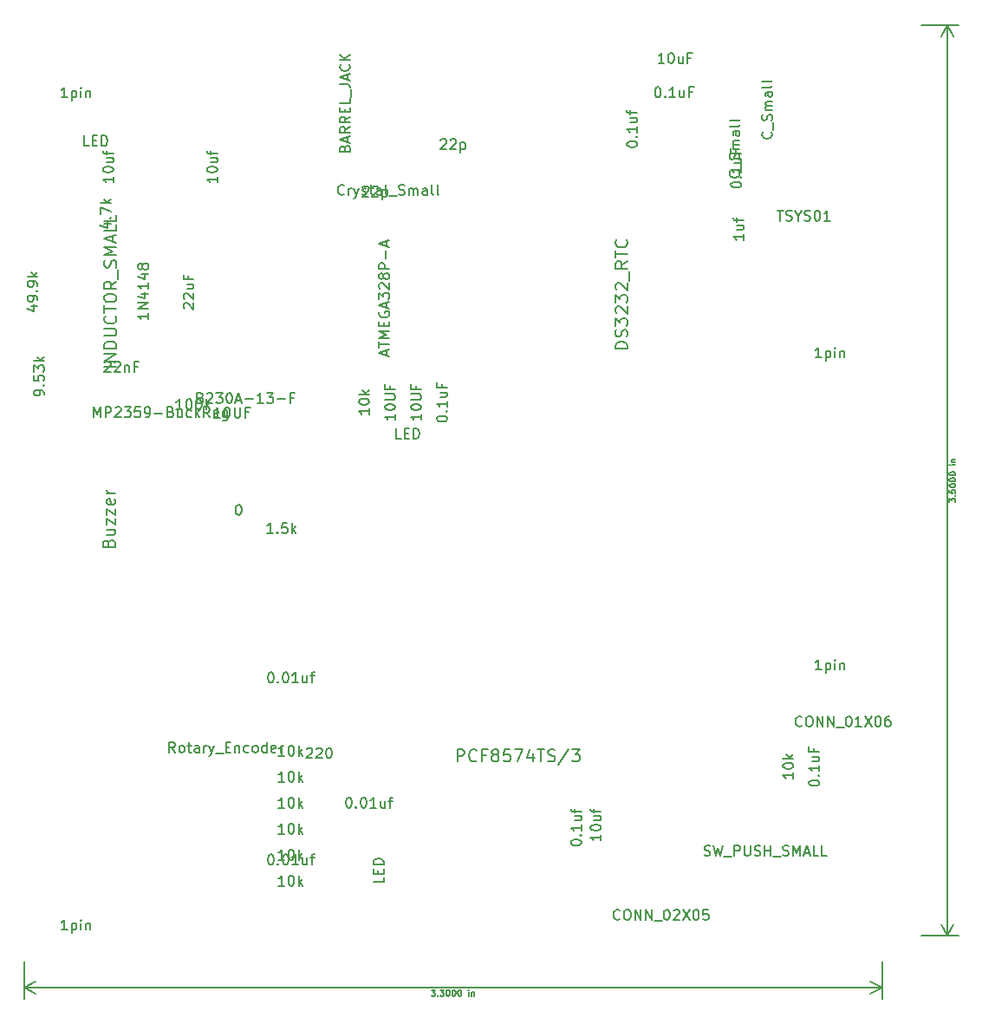
<source format=gbr>
G04 #@! TF.FileFunction,Other,Fab,Top*
%FSLAX46Y46*%
G04 Gerber Fmt 4.6, Leading zero omitted, Abs format (unit mm)*
G04 Created by KiCad (PCBNEW 4.0.2-stable) date 5/4/2016 5:53:34 PM*
%MOMM*%
G01*
G04 APERTURE LIST*
%ADD10C,0.127000*%
%ADD11C,0.150000*%
G04 APERTURE END LIST*
D10*
X128495429Y-129128572D02*
X128495429Y-128757143D01*
X128724000Y-128957143D01*
X128724000Y-128871429D01*
X128752571Y-128814286D01*
X128781143Y-128785715D01*
X128838286Y-128757143D01*
X128981143Y-128757143D01*
X129038286Y-128785715D01*
X129066857Y-128814286D01*
X129095429Y-128871429D01*
X129095429Y-129042857D01*
X129066857Y-129100000D01*
X129038286Y-129128572D01*
X129038286Y-128500000D02*
X129066857Y-128471428D01*
X129095429Y-128500000D01*
X129066857Y-128528571D01*
X129038286Y-128500000D01*
X129095429Y-128500000D01*
X128495429Y-127928572D02*
X128495429Y-128214286D01*
X128781143Y-128242857D01*
X128752571Y-128214286D01*
X128724000Y-128157143D01*
X128724000Y-128014286D01*
X128752571Y-127957143D01*
X128781143Y-127928572D01*
X128838286Y-127900000D01*
X128981143Y-127900000D01*
X129038286Y-127928572D01*
X129066857Y-127957143D01*
X129095429Y-128014286D01*
X129095429Y-128157143D01*
X129066857Y-128214286D01*
X129038286Y-128242857D01*
X128495429Y-127528571D02*
X128495429Y-127471428D01*
X128524000Y-127414285D01*
X128552571Y-127385714D01*
X128609714Y-127357143D01*
X128724000Y-127328571D01*
X128866857Y-127328571D01*
X128981143Y-127357143D01*
X129038286Y-127385714D01*
X129066857Y-127414285D01*
X129095429Y-127471428D01*
X129095429Y-127528571D01*
X129066857Y-127585714D01*
X129038286Y-127614285D01*
X128981143Y-127642857D01*
X128866857Y-127671428D01*
X128724000Y-127671428D01*
X128609714Y-127642857D01*
X128552571Y-127614285D01*
X128524000Y-127585714D01*
X128495429Y-127528571D01*
X128495429Y-126957142D02*
X128495429Y-126899999D01*
X128524000Y-126842856D01*
X128552571Y-126814285D01*
X128609714Y-126785714D01*
X128724000Y-126757142D01*
X128866857Y-126757142D01*
X128981143Y-126785714D01*
X129038286Y-126814285D01*
X129066857Y-126842856D01*
X129095429Y-126899999D01*
X129095429Y-126957142D01*
X129066857Y-127014285D01*
X129038286Y-127042856D01*
X128981143Y-127071428D01*
X128866857Y-127099999D01*
X128724000Y-127099999D01*
X128609714Y-127071428D01*
X128552571Y-127042856D01*
X128524000Y-127014285D01*
X128495429Y-126957142D01*
X128495429Y-126385713D02*
X128495429Y-126328570D01*
X128524000Y-126271427D01*
X128552571Y-126242856D01*
X128609714Y-126214285D01*
X128724000Y-126185713D01*
X128866857Y-126185713D01*
X128981143Y-126214285D01*
X129038286Y-126242856D01*
X129066857Y-126271427D01*
X129095429Y-126328570D01*
X129095429Y-126385713D01*
X129066857Y-126442856D01*
X129038286Y-126471427D01*
X128981143Y-126499999D01*
X128866857Y-126528570D01*
X128724000Y-126528570D01*
X128609714Y-126499999D01*
X128552571Y-126471427D01*
X128524000Y-126442856D01*
X128495429Y-126385713D01*
X129095429Y-125471427D02*
X128695429Y-125471427D01*
X128495429Y-125471427D02*
X128524000Y-125499998D01*
X128552571Y-125471427D01*
X128524000Y-125442855D01*
X128495429Y-125471427D01*
X128552571Y-125471427D01*
X128695429Y-125185713D02*
X129095429Y-125185713D01*
X128752571Y-125185713D02*
X128724000Y-125157141D01*
X128695429Y-125099999D01*
X128695429Y-125014284D01*
X128724000Y-124957141D01*
X128781143Y-124928570D01*
X129095429Y-124928570D01*
X128270000Y-171450000D02*
X128270000Y-82550000D01*
X125730000Y-171450000D02*
X129378000Y-171450000D01*
X125730000Y-82550000D02*
X129378000Y-82550000D01*
X128270000Y-82550000D02*
X128856421Y-83676504D01*
X128270000Y-82550000D02*
X127683579Y-83676504D01*
X128270000Y-171450000D02*
X128856421Y-170323496D01*
X128270000Y-171450000D02*
X127683579Y-170323496D01*
X77881428Y-176755429D02*
X78252857Y-176755429D01*
X78052857Y-176984000D01*
X78138571Y-176984000D01*
X78195714Y-177012571D01*
X78224285Y-177041143D01*
X78252857Y-177098286D01*
X78252857Y-177241143D01*
X78224285Y-177298286D01*
X78195714Y-177326857D01*
X78138571Y-177355429D01*
X77967143Y-177355429D01*
X77910000Y-177326857D01*
X77881428Y-177298286D01*
X78510000Y-177298286D02*
X78538572Y-177326857D01*
X78510000Y-177355429D01*
X78481429Y-177326857D01*
X78510000Y-177298286D01*
X78510000Y-177355429D01*
X78738571Y-176755429D02*
X79110000Y-176755429D01*
X78910000Y-176984000D01*
X78995714Y-176984000D01*
X79052857Y-177012571D01*
X79081428Y-177041143D01*
X79110000Y-177098286D01*
X79110000Y-177241143D01*
X79081428Y-177298286D01*
X79052857Y-177326857D01*
X78995714Y-177355429D01*
X78824286Y-177355429D01*
X78767143Y-177326857D01*
X78738571Y-177298286D01*
X79481429Y-176755429D02*
X79538572Y-176755429D01*
X79595715Y-176784000D01*
X79624286Y-176812571D01*
X79652857Y-176869714D01*
X79681429Y-176984000D01*
X79681429Y-177126857D01*
X79652857Y-177241143D01*
X79624286Y-177298286D01*
X79595715Y-177326857D01*
X79538572Y-177355429D01*
X79481429Y-177355429D01*
X79424286Y-177326857D01*
X79395715Y-177298286D01*
X79367143Y-177241143D01*
X79338572Y-177126857D01*
X79338572Y-176984000D01*
X79367143Y-176869714D01*
X79395715Y-176812571D01*
X79424286Y-176784000D01*
X79481429Y-176755429D01*
X80052858Y-176755429D02*
X80110001Y-176755429D01*
X80167144Y-176784000D01*
X80195715Y-176812571D01*
X80224286Y-176869714D01*
X80252858Y-176984000D01*
X80252858Y-177126857D01*
X80224286Y-177241143D01*
X80195715Y-177298286D01*
X80167144Y-177326857D01*
X80110001Y-177355429D01*
X80052858Y-177355429D01*
X79995715Y-177326857D01*
X79967144Y-177298286D01*
X79938572Y-177241143D01*
X79910001Y-177126857D01*
X79910001Y-176984000D01*
X79938572Y-176869714D01*
X79967144Y-176812571D01*
X79995715Y-176784000D01*
X80052858Y-176755429D01*
X80624287Y-176755429D02*
X80681430Y-176755429D01*
X80738573Y-176784000D01*
X80767144Y-176812571D01*
X80795715Y-176869714D01*
X80824287Y-176984000D01*
X80824287Y-177126857D01*
X80795715Y-177241143D01*
X80767144Y-177298286D01*
X80738573Y-177326857D01*
X80681430Y-177355429D01*
X80624287Y-177355429D01*
X80567144Y-177326857D01*
X80538573Y-177298286D01*
X80510001Y-177241143D01*
X80481430Y-177126857D01*
X80481430Y-176984000D01*
X80510001Y-176869714D01*
X80538573Y-176812571D01*
X80567144Y-176784000D01*
X80624287Y-176755429D01*
X81538573Y-177355429D02*
X81538573Y-176955429D01*
X81538573Y-176755429D02*
X81510002Y-176784000D01*
X81538573Y-176812571D01*
X81567145Y-176784000D01*
X81538573Y-176755429D01*
X81538573Y-176812571D01*
X81824287Y-176955429D02*
X81824287Y-177355429D01*
X81824287Y-177012571D02*
X81852859Y-176984000D01*
X81910001Y-176955429D01*
X81995716Y-176955429D01*
X82052859Y-176984000D01*
X82081430Y-177041143D01*
X82081430Y-177355429D01*
X38100000Y-176530000D02*
X121920000Y-176530000D01*
X38100000Y-173990000D02*
X38100000Y-177638000D01*
X121920000Y-173990000D02*
X121920000Y-177638000D01*
X121920000Y-176530000D02*
X120793496Y-177116421D01*
X121920000Y-176530000D02*
X120793496Y-175943579D01*
X38100000Y-176530000D02*
X39226504Y-177116421D01*
X38100000Y-176530000D02*
X39226504Y-175943579D01*
D11*
X73223381Y-165742857D02*
X73223381Y-166219048D01*
X72223381Y-166219048D01*
X72699571Y-165409524D02*
X72699571Y-165076190D01*
X73223381Y-164933333D02*
X73223381Y-165409524D01*
X72223381Y-165409524D01*
X72223381Y-164933333D01*
X73223381Y-164504762D02*
X72223381Y-164504762D01*
X72223381Y-164266667D01*
X72271000Y-164123809D01*
X72366238Y-164028571D01*
X72461476Y-163980952D01*
X72651952Y-163933333D01*
X72794810Y-163933333D01*
X72985286Y-163980952D01*
X73080524Y-164028571D01*
X73175762Y-164123809D01*
X73223381Y-164266667D01*
X73223381Y-164504762D01*
X108402381Y-102941381D02*
X108402381Y-103512810D01*
X108402381Y-103227096D02*
X107402381Y-103227096D01*
X107545238Y-103322334D01*
X107640476Y-103417572D01*
X107688095Y-103512810D01*
X107735714Y-102084238D02*
X108402381Y-102084238D01*
X107735714Y-102512810D02*
X108259524Y-102512810D01*
X108354762Y-102465191D01*
X108402381Y-102369953D01*
X108402381Y-102227095D01*
X108354762Y-102131857D01*
X108307143Y-102084238D01*
X107735714Y-101750905D02*
X107735714Y-101369953D01*
X108402381Y-101608048D02*
X107545238Y-101608048D01*
X107450000Y-101560429D01*
X107402381Y-101465191D01*
X107402381Y-101369953D01*
X56967381Y-97321571D02*
X56967381Y-97893000D01*
X56967381Y-97607286D02*
X55967381Y-97607286D01*
X56110238Y-97702524D01*
X56205476Y-97797762D01*
X56253095Y-97893000D01*
X55967381Y-96702524D02*
X55967381Y-96607285D01*
X56015000Y-96512047D01*
X56062619Y-96464428D01*
X56157857Y-96416809D01*
X56348333Y-96369190D01*
X56586429Y-96369190D01*
X56776905Y-96416809D01*
X56872143Y-96464428D01*
X56919762Y-96512047D01*
X56967381Y-96607285D01*
X56967381Y-96702524D01*
X56919762Y-96797762D01*
X56872143Y-96845381D01*
X56776905Y-96893000D01*
X56586429Y-96940619D01*
X56348333Y-96940619D01*
X56157857Y-96893000D01*
X56062619Y-96845381D01*
X56015000Y-96797762D01*
X55967381Y-96702524D01*
X56300714Y-95512047D02*
X56967381Y-95512047D01*
X56300714Y-95940619D02*
X56824524Y-95940619D01*
X56919762Y-95893000D01*
X56967381Y-95797762D01*
X56967381Y-95654904D01*
X56919762Y-95559666D01*
X56872143Y-95512047D01*
X56300714Y-95178714D02*
X56300714Y-94797762D01*
X56967381Y-95035857D02*
X56110238Y-95035857D01*
X56015000Y-94988238D01*
X55967381Y-94893000D01*
X55967381Y-94797762D01*
X46807381Y-97321571D02*
X46807381Y-97893000D01*
X46807381Y-97607286D02*
X45807381Y-97607286D01*
X45950238Y-97702524D01*
X46045476Y-97797762D01*
X46093095Y-97893000D01*
X45807381Y-96702524D02*
X45807381Y-96607285D01*
X45855000Y-96512047D01*
X45902619Y-96464428D01*
X45997857Y-96416809D01*
X46188333Y-96369190D01*
X46426429Y-96369190D01*
X46616905Y-96416809D01*
X46712143Y-96464428D01*
X46759762Y-96512047D01*
X46807381Y-96607285D01*
X46807381Y-96702524D01*
X46759762Y-96797762D01*
X46712143Y-96845381D01*
X46616905Y-96893000D01*
X46426429Y-96940619D01*
X46188333Y-96940619D01*
X45997857Y-96893000D01*
X45902619Y-96845381D01*
X45855000Y-96797762D01*
X45807381Y-96702524D01*
X46140714Y-95512047D02*
X46807381Y-95512047D01*
X46140714Y-95940619D02*
X46664524Y-95940619D01*
X46759762Y-95893000D01*
X46807381Y-95797762D01*
X46807381Y-95654904D01*
X46759762Y-95559666D01*
X46712143Y-95512047D01*
X46140714Y-95178714D02*
X46140714Y-94797762D01*
X46807381Y-95035857D02*
X45950238Y-95035857D01*
X45855000Y-94988238D01*
X45807381Y-94893000D01*
X45807381Y-94797762D01*
X94432381Y-161583571D02*
X94432381Y-162155000D01*
X94432381Y-161869286D02*
X93432381Y-161869286D01*
X93575238Y-161964524D01*
X93670476Y-162059762D01*
X93718095Y-162155000D01*
X93432381Y-160964524D02*
X93432381Y-160869285D01*
X93480000Y-160774047D01*
X93527619Y-160726428D01*
X93622857Y-160678809D01*
X93813333Y-160631190D01*
X94051429Y-160631190D01*
X94241905Y-160678809D01*
X94337143Y-160726428D01*
X94384762Y-160774047D01*
X94432381Y-160869285D01*
X94432381Y-160964524D01*
X94384762Y-161059762D01*
X94337143Y-161107381D01*
X94241905Y-161155000D01*
X94051429Y-161202619D01*
X93813333Y-161202619D01*
X93622857Y-161155000D01*
X93527619Y-161107381D01*
X93480000Y-161059762D01*
X93432381Y-160964524D01*
X93765714Y-159774047D02*
X94432381Y-159774047D01*
X93765714Y-160202619D02*
X94289524Y-160202619D01*
X94384762Y-160155000D01*
X94432381Y-160059762D01*
X94432381Y-159916904D01*
X94384762Y-159821666D01*
X94337143Y-159774047D01*
X93765714Y-159440714D02*
X93765714Y-159059762D01*
X94432381Y-159297857D02*
X93575238Y-159297857D01*
X93480000Y-159250238D01*
X93432381Y-159155000D01*
X93432381Y-159059762D01*
X91527381Y-162409000D02*
X91527381Y-162313761D01*
X91575000Y-162218523D01*
X91622619Y-162170904D01*
X91717857Y-162123285D01*
X91908333Y-162075666D01*
X92146429Y-162075666D01*
X92336905Y-162123285D01*
X92432143Y-162170904D01*
X92479762Y-162218523D01*
X92527381Y-162313761D01*
X92527381Y-162409000D01*
X92479762Y-162504238D01*
X92432143Y-162551857D01*
X92336905Y-162599476D01*
X92146429Y-162647095D01*
X91908333Y-162647095D01*
X91717857Y-162599476D01*
X91622619Y-162551857D01*
X91575000Y-162504238D01*
X91527381Y-162409000D01*
X92432143Y-161647095D02*
X92479762Y-161599476D01*
X92527381Y-161647095D01*
X92479762Y-161694714D01*
X92432143Y-161647095D01*
X92527381Y-161647095D01*
X92527381Y-160647095D02*
X92527381Y-161218524D01*
X92527381Y-160932810D02*
X91527381Y-160932810D01*
X91670238Y-161028048D01*
X91765476Y-161123286D01*
X91813095Y-161218524D01*
X91860714Y-159789952D02*
X92527381Y-159789952D01*
X91860714Y-160218524D02*
X92384524Y-160218524D01*
X92479762Y-160170905D01*
X92527381Y-160075667D01*
X92527381Y-159932809D01*
X92479762Y-159837571D01*
X92432143Y-159789952D01*
X91860714Y-159456619D02*
X91860714Y-159075667D01*
X92527381Y-159313762D02*
X91670238Y-159313762D01*
X91575000Y-159266143D01*
X91527381Y-159170905D01*
X91527381Y-159075667D01*
X62412667Y-132151381D02*
X61841238Y-132151381D01*
X62126952Y-132151381D02*
X62126952Y-131151381D01*
X62031714Y-131294238D01*
X61936476Y-131389476D01*
X61841238Y-131437095D01*
X62841238Y-132056143D02*
X62888857Y-132103762D01*
X62841238Y-132151381D01*
X62793619Y-132103762D01*
X62841238Y-132056143D01*
X62841238Y-132151381D01*
X63793619Y-131151381D02*
X63317428Y-131151381D01*
X63269809Y-131627571D01*
X63317428Y-131579952D01*
X63412666Y-131532333D01*
X63650762Y-131532333D01*
X63746000Y-131579952D01*
X63793619Y-131627571D01*
X63841238Y-131722810D01*
X63841238Y-131960905D01*
X63793619Y-132056143D01*
X63746000Y-132103762D01*
X63650762Y-132151381D01*
X63412666Y-132151381D01*
X63317428Y-132103762D01*
X63269809Y-132056143D01*
X64269809Y-132151381D02*
X64269809Y-131151381D01*
X64365047Y-131770429D02*
X64650762Y-132151381D01*
X64650762Y-131484714D02*
X64269809Y-131865667D01*
X65690905Y-153217619D02*
X65738524Y-153170000D01*
X65833762Y-153122381D01*
X66071858Y-153122381D01*
X66167096Y-153170000D01*
X66214715Y-153217619D01*
X66262334Y-153312857D01*
X66262334Y-153408095D01*
X66214715Y-153550952D01*
X65643286Y-154122381D01*
X66262334Y-154122381D01*
X66643286Y-153217619D02*
X66690905Y-153170000D01*
X66786143Y-153122381D01*
X67024239Y-153122381D01*
X67119477Y-153170000D01*
X67167096Y-153217619D01*
X67214715Y-153312857D01*
X67214715Y-153408095D01*
X67167096Y-153550952D01*
X66595667Y-154122381D01*
X67214715Y-154122381D01*
X67833762Y-153122381D02*
X67929001Y-153122381D01*
X68024239Y-153170000D01*
X68071858Y-153217619D01*
X68119477Y-153312857D01*
X68167096Y-153503333D01*
X68167096Y-153741429D01*
X68119477Y-153931905D01*
X68071858Y-154027143D01*
X68024239Y-154074762D01*
X67929001Y-154122381D01*
X67833762Y-154122381D01*
X67738524Y-154074762D01*
X67690905Y-154027143D01*
X67643286Y-153931905D01*
X67595667Y-153741429D01*
X67595667Y-153503333D01*
X67643286Y-153312857D01*
X67690905Y-153217619D01*
X67738524Y-153170000D01*
X67833762Y-153122381D01*
X59007381Y-129373381D02*
X59102620Y-129373381D01*
X59197858Y-129421000D01*
X59245477Y-129468619D01*
X59293096Y-129563857D01*
X59340715Y-129754333D01*
X59340715Y-129992429D01*
X59293096Y-130182905D01*
X59245477Y-130278143D01*
X59197858Y-130325762D01*
X59102620Y-130373381D01*
X59007381Y-130373381D01*
X58912143Y-130325762D01*
X58864524Y-130278143D01*
X58816905Y-130182905D01*
X58769286Y-129992429D01*
X58769286Y-129754333D01*
X58816905Y-129563857D01*
X58864524Y-129468619D01*
X58912143Y-129421000D01*
X59007381Y-129373381D01*
X97062857Y-114124714D02*
X95862857Y-114124714D01*
X95862857Y-113838999D01*
X95920000Y-113667571D01*
X96034286Y-113553285D01*
X96148571Y-113496142D01*
X96377143Y-113438999D01*
X96548571Y-113438999D01*
X96777143Y-113496142D01*
X96891429Y-113553285D01*
X97005714Y-113667571D01*
X97062857Y-113838999D01*
X97062857Y-114124714D01*
X97005714Y-112981857D02*
X97062857Y-112810428D01*
X97062857Y-112524714D01*
X97005714Y-112410428D01*
X96948571Y-112353285D01*
X96834286Y-112296142D01*
X96720000Y-112296142D01*
X96605714Y-112353285D01*
X96548571Y-112410428D01*
X96491429Y-112524714D01*
X96434286Y-112753285D01*
X96377143Y-112867571D01*
X96320000Y-112924714D01*
X96205714Y-112981857D01*
X96091429Y-112981857D01*
X95977143Y-112924714D01*
X95920000Y-112867571D01*
X95862857Y-112753285D01*
X95862857Y-112467571D01*
X95920000Y-112296142D01*
X95862857Y-111896142D02*
X95862857Y-111153285D01*
X96320000Y-111553285D01*
X96320000Y-111381857D01*
X96377143Y-111267571D01*
X96434286Y-111210428D01*
X96548571Y-111153285D01*
X96834286Y-111153285D01*
X96948571Y-111210428D01*
X97005714Y-111267571D01*
X97062857Y-111381857D01*
X97062857Y-111724714D01*
X97005714Y-111839000D01*
X96948571Y-111896142D01*
X95977143Y-110696143D02*
X95920000Y-110639000D01*
X95862857Y-110524714D01*
X95862857Y-110239000D01*
X95920000Y-110124714D01*
X95977143Y-110067571D01*
X96091429Y-110010428D01*
X96205714Y-110010428D01*
X96377143Y-110067571D01*
X97062857Y-110753285D01*
X97062857Y-110010428D01*
X95862857Y-109610428D02*
X95862857Y-108867571D01*
X96320000Y-109267571D01*
X96320000Y-109096143D01*
X96377143Y-108981857D01*
X96434286Y-108924714D01*
X96548571Y-108867571D01*
X96834286Y-108867571D01*
X96948571Y-108924714D01*
X97005714Y-108981857D01*
X97062857Y-109096143D01*
X97062857Y-109439000D01*
X97005714Y-109553286D01*
X96948571Y-109610428D01*
X95977143Y-108410429D02*
X95920000Y-108353286D01*
X95862857Y-108239000D01*
X95862857Y-107953286D01*
X95920000Y-107839000D01*
X95977143Y-107781857D01*
X96091429Y-107724714D01*
X96205714Y-107724714D01*
X96377143Y-107781857D01*
X97062857Y-108467571D01*
X97062857Y-107724714D01*
X97177143Y-107496143D02*
X97177143Y-106581857D01*
X97062857Y-105610428D02*
X96491429Y-106010428D01*
X97062857Y-106296143D02*
X95862857Y-106296143D01*
X95862857Y-105839000D01*
X95920000Y-105724714D01*
X95977143Y-105667571D01*
X96091429Y-105610428D01*
X96262857Y-105610428D01*
X96377143Y-105667571D01*
X96434286Y-105724714D01*
X96491429Y-105839000D01*
X96491429Y-106296143D01*
X95862857Y-105267571D02*
X95862857Y-104581857D01*
X97062857Y-104924714D02*
X95862857Y-104924714D01*
X96948571Y-103496142D02*
X97005714Y-103553285D01*
X97062857Y-103724714D01*
X97062857Y-103839000D01*
X97005714Y-104010428D01*
X96891429Y-104124714D01*
X96777143Y-104181857D01*
X96548571Y-104239000D01*
X96377143Y-104239000D01*
X96148571Y-104181857D01*
X96034286Y-104124714D01*
X95920000Y-104010428D01*
X95862857Y-103839000D01*
X95862857Y-103724714D01*
X95920000Y-103553285D01*
X95977143Y-103496142D01*
X80417143Y-154466857D02*
X80417143Y-153266857D01*
X80874286Y-153266857D01*
X80988572Y-153324000D01*
X81045715Y-153381143D01*
X81102858Y-153495429D01*
X81102858Y-153666857D01*
X81045715Y-153781143D01*
X80988572Y-153838286D01*
X80874286Y-153895429D01*
X80417143Y-153895429D01*
X82302858Y-154352571D02*
X82245715Y-154409714D01*
X82074286Y-154466857D01*
X81960000Y-154466857D01*
X81788572Y-154409714D01*
X81674286Y-154295429D01*
X81617143Y-154181143D01*
X81560000Y-153952571D01*
X81560000Y-153781143D01*
X81617143Y-153552571D01*
X81674286Y-153438286D01*
X81788572Y-153324000D01*
X81960000Y-153266857D01*
X82074286Y-153266857D01*
X82245715Y-153324000D01*
X82302858Y-153381143D01*
X83217143Y-153838286D02*
X82817143Y-153838286D01*
X82817143Y-154466857D02*
X82817143Y-153266857D01*
X83388572Y-153266857D01*
X84017143Y-153781143D02*
X83902857Y-153724000D01*
X83845714Y-153666857D01*
X83788571Y-153552571D01*
X83788571Y-153495429D01*
X83845714Y-153381143D01*
X83902857Y-153324000D01*
X84017143Y-153266857D01*
X84245714Y-153266857D01*
X84360000Y-153324000D01*
X84417143Y-153381143D01*
X84474286Y-153495429D01*
X84474286Y-153552571D01*
X84417143Y-153666857D01*
X84360000Y-153724000D01*
X84245714Y-153781143D01*
X84017143Y-153781143D01*
X83902857Y-153838286D01*
X83845714Y-153895429D01*
X83788571Y-154009714D01*
X83788571Y-154238286D01*
X83845714Y-154352571D01*
X83902857Y-154409714D01*
X84017143Y-154466857D01*
X84245714Y-154466857D01*
X84360000Y-154409714D01*
X84417143Y-154352571D01*
X84474286Y-154238286D01*
X84474286Y-154009714D01*
X84417143Y-153895429D01*
X84360000Y-153838286D01*
X84245714Y-153781143D01*
X85560000Y-153266857D02*
X84988571Y-153266857D01*
X84931428Y-153838286D01*
X84988571Y-153781143D01*
X85102857Y-153724000D01*
X85388571Y-153724000D01*
X85502857Y-153781143D01*
X85560000Y-153838286D01*
X85617143Y-153952571D01*
X85617143Y-154238286D01*
X85560000Y-154352571D01*
X85502857Y-154409714D01*
X85388571Y-154466857D01*
X85102857Y-154466857D01*
X84988571Y-154409714D01*
X84931428Y-154352571D01*
X86017143Y-153266857D02*
X86817143Y-153266857D01*
X86302857Y-154466857D01*
X87788571Y-153666857D02*
X87788571Y-154466857D01*
X87502857Y-153209714D02*
X87217142Y-154066857D01*
X87960000Y-154066857D01*
X88245714Y-153266857D02*
X88931428Y-153266857D01*
X88588571Y-154466857D02*
X88588571Y-153266857D01*
X89274285Y-154409714D02*
X89445714Y-154466857D01*
X89731428Y-154466857D01*
X89845714Y-154409714D01*
X89902857Y-154352571D01*
X89960000Y-154238286D01*
X89960000Y-154124000D01*
X89902857Y-154009714D01*
X89845714Y-153952571D01*
X89731428Y-153895429D01*
X89502857Y-153838286D01*
X89388571Y-153781143D01*
X89331428Y-153724000D01*
X89274285Y-153609714D01*
X89274285Y-153495429D01*
X89331428Y-153381143D01*
X89388571Y-153324000D01*
X89502857Y-153266857D01*
X89788571Y-153266857D01*
X89960000Y-153324000D01*
X91331428Y-153209714D02*
X90302857Y-154752571D01*
X91617143Y-153266857D02*
X92360000Y-153266857D01*
X91960000Y-153724000D01*
X92131428Y-153724000D01*
X92245714Y-153781143D01*
X92302857Y-153838286D01*
X92360000Y-153952571D01*
X92360000Y-154238286D01*
X92302857Y-154352571D01*
X92245714Y-154409714D01*
X92131428Y-154466857D01*
X91788571Y-154466857D01*
X91674285Y-154409714D01*
X91617143Y-154352571D01*
X46359286Y-133124286D02*
X46416429Y-132952857D01*
X46473571Y-132895714D01*
X46587857Y-132838571D01*
X46759286Y-132838571D01*
X46873571Y-132895714D01*
X46930714Y-132952857D01*
X46987857Y-133067143D01*
X46987857Y-133524286D01*
X45787857Y-133524286D01*
X45787857Y-133124286D01*
X45845000Y-133010000D01*
X45902143Y-132952857D01*
X46016429Y-132895714D01*
X46130714Y-132895714D01*
X46245000Y-132952857D01*
X46302143Y-133010000D01*
X46359286Y-133124286D01*
X46359286Y-133524286D01*
X46187857Y-131810000D02*
X46987857Y-131810000D01*
X46187857Y-132324286D02*
X46816429Y-132324286D01*
X46930714Y-132267143D01*
X46987857Y-132152857D01*
X46987857Y-131981429D01*
X46930714Y-131867143D01*
X46873571Y-131810000D01*
X46187857Y-131352857D02*
X46187857Y-130724286D01*
X46987857Y-131352857D01*
X46987857Y-130724286D01*
X46187857Y-130381428D02*
X46187857Y-129752857D01*
X46987857Y-130381428D01*
X46987857Y-129752857D01*
X46930714Y-128838571D02*
X46987857Y-128952857D01*
X46987857Y-129181428D01*
X46930714Y-129295714D01*
X46816429Y-129352857D01*
X46359286Y-129352857D01*
X46245000Y-129295714D01*
X46187857Y-129181428D01*
X46187857Y-128952857D01*
X46245000Y-128838571D01*
X46359286Y-128781428D01*
X46473571Y-128781428D01*
X46587857Y-129352857D01*
X46987857Y-128267143D02*
X46187857Y-128267143D01*
X46416429Y-128267143D02*
X46302143Y-128210000D01*
X46245000Y-128152857D01*
X46187857Y-128038571D01*
X46187857Y-127924286D01*
X63539762Y-153882381D02*
X62968333Y-153882381D01*
X63254047Y-153882381D02*
X63254047Y-152882381D01*
X63158809Y-153025238D01*
X63063571Y-153120476D01*
X62968333Y-153168095D01*
X64158809Y-152882381D02*
X64254048Y-152882381D01*
X64349286Y-152930000D01*
X64396905Y-152977619D01*
X64444524Y-153072857D01*
X64492143Y-153263333D01*
X64492143Y-153501429D01*
X64444524Y-153691905D01*
X64396905Y-153787143D01*
X64349286Y-153834762D01*
X64254048Y-153882381D01*
X64158809Y-153882381D01*
X64063571Y-153834762D01*
X64015952Y-153787143D01*
X63968333Y-153691905D01*
X63920714Y-153501429D01*
X63920714Y-153263333D01*
X63968333Y-153072857D01*
X64015952Y-152977619D01*
X64063571Y-152930000D01*
X64158809Y-152882381D01*
X64920714Y-153882381D02*
X64920714Y-152882381D01*
X65015952Y-153501429D02*
X65301667Y-153882381D01*
X65301667Y-153215714D02*
X64920714Y-153596667D01*
X107912143Y-96805476D02*
X107959762Y-96853095D01*
X108007381Y-96995952D01*
X108007381Y-97091190D01*
X107959762Y-97234048D01*
X107864524Y-97329286D01*
X107769286Y-97376905D01*
X107578810Y-97424524D01*
X107435952Y-97424524D01*
X107245476Y-97376905D01*
X107150238Y-97329286D01*
X107055000Y-97234048D01*
X107007381Y-97091190D01*
X107007381Y-96995952D01*
X107055000Y-96853095D01*
X107102619Y-96805476D01*
X108102619Y-96615000D02*
X108102619Y-95853095D01*
X107959762Y-95662619D02*
X108007381Y-95519762D01*
X108007381Y-95281666D01*
X107959762Y-95186428D01*
X107912143Y-95138809D01*
X107816905Y-95091190D01*
X107721667Y-95091190D01*
X107626429Y-95138809D01*
X107578810Y-95186428D01*
X107531190Y-95281666D01*
X107483571Y-95472143D01*
X107435952Y-95567381D01*
X107388333Y-95615000D01*
X107293095Y-95662619D01*
X107197857Y-95662619D01*
X107102619Y-95615000D01*
X107055000Y-95567381D01*
X107007381Y-95472143D01*
X107007381Y-95234047D01*
X107055000Y-95091190D01*
X108007381Y-94662619D02*
X107340714Y-94662619D01*
X107435952Y-94662619D02*
X107388333Y-94615000D01*
X107340714Y-94519762D01*
X107340714Y-94376904D01*
X107388333Y-94281666D01*
X107483571Y-94234047D01*
X108007381Y-94234047D01*
X107483571Y-94234047D02*
X107388333Y-94186428D01*
X107340714Y-94091190D01*
X107340714Y-93948333D01*
X107388333Y-93853095D01*
X107483571Y-93805476D01*
X108007381Y-93805476D01*
X108007381Y-92900714D02*
X107483571Y-92900714D01*
X107388333Y-92948333D01*
X107340714Y-93043571D01*
X107340714Y-93234048D01*
X107388333Y-93329286D01*
X107959762Y-92900714D02*
X108007381Y-92995952D01*
X108007381Y-93234048D01*
X107959762Y-93329286D01*
X107864524Y-93376905D01*
X107769286Y-93376905D01*
X107674048Y-93329286D01*
X107626429Y-93234048D01*
X107626429Y-92995952D01*
X107578810Y-92900714D01*
X108007381Y-92281667D02*
X107959762Y-92376905D01*
X107864524Y-92424524D01*
X107007381Y-92424524D01*
X108007381Y-91757857D02*
X107959762Y-91853095D01*
X107864524Y-91900714D01*
X107007381Y-91900714D01*
X100627632Y-86253581D02*
X100056203Y-86253581D01*
X100341917Y-86253581D02*
X100341917Y-85253581D01*
X100246679Y-85396438D01*
X100151441Y-85491676D01*
X100056203Y-85539295D01*
X101246679Y-85253581D02*
X101341918Y-85253581D01*
X101437156Y-85301200D01*
X101484775Y-85348819D01*
X101532394Y-85444057D01*
X101580013Y-85634533D01*
X101580013Y-85872629D01*
X101532394Y-86063105D01*
X101484775Y-86158343D01*
X101437156Y-86205962D01*
X101341918Y-86253581D01*
X101246679Y-86253581D01*
X101151441Y-86205962D01*
X101103822Y-86158343D01*
X101056203Y-86063105D01*
X101008584Y-85872629D01*
X101008584Y-85634533D01*
X101056203Y-85444057D01*
X101103822Y-85348819D01*
X101151441Y-85301200D01*
X101246679Y-85253581D01*
X102437156Y-85586914D02*
X102437156Y-86253581D01*
X102008584Y-85586914D02*
X102008584Y-86110724D01*
X102056203Y-86205962D01*
X102151441Y-86253581D01*
X102294299Y-86253581D01*
X102389537Y-86205962D01*
X102437156Y-86158343D01*
X103246680Y-85729771D02*
X102913346Y-85729771D01*
X102913346Y-86253581D02*
X102913346Y-85253581D01*
X103389537Y-85253581D01*
X107162381Y-98162857D02*
X107162381Y-98067618D01*
X107210000Y-97972380D01*
X107257619Y-97924761D01*
X107352857Y-97877142D01*
X107543333Y-97829523D01*
X107781429Y-97829523D01*
X107971905Y-97877142D01*
X108067143Y-97924761D01*
X108114762Y-97972380D01*
X108162381Y-98067618D01*
X108162381Y-98162857D01*
X108114762Y-98258095D01*
X108067143Y-98305714D01*
X107971905Y-98353333D01*
X107781429Y-98400952D01*
X107543333Y-98400952D01*
X107352857Y-98353333D01*
X107257619Y-98305714D01*
X107210000Y-98258095D01*
X107162381Y-98162857D01*
X108067143Y-97400952D02*
X108114762Y-97353333D01*
X108162381Y-97400952D01*
X108114762Y-97448571D01*
X108067143Y-97400952D01*
X108162381Y-97400952D01*
X108162381Y-96400952D02*
X108162381Y-96972381D01*
X108162381Y-96686667D02*
X107162381Y-96686667D01*
X107305238Y-96781905D01*
X107400476Y-96877143D01*
X107448095Y-96972381D01*
X107495714Y-95543809D02*
X108162381Y-95543809D01*
X107495714Y-95972381D02*
X108019524Y-95972381D01*
X108114762Y-95924762D01*
X108162381Y-95829524D01*
X108162381Y-95686666D01*
X108114762Y-95591428D01*
X108067143Y-95543809D01*
X107638571Y-94734285D02*
X107638571Y-95067619D01*
X108162381Y-95067619D02*
X107162381Y-95067619D01*
X107162381Y-94591428D01*
X76892381Y-120522857D02*
X76892381Y-121094286D01*
X76892381Y-120808572D02*
X75892381Y-120808572D01*
X76035238Y-120903810D01*
X76130476Y-120999048D01*
X76178095Y-121094286D01*
X75892381Y-119903810D02*
X75892381Y-119808571D01*
X75940000Y-119713333D01*
X75987619Y-119665714D01*
X76082857Y-119618095D01*
X76273333Y-119570476D01*
X76511429Y-119570476D01*
X76701905Y-119618095D01*
X76797143Y-119665714D01*
X76844762Y-119713333D01*
X76892381Y-119808571D01*
X76892381Y-119903810D01*
X76844762Y-119999048D01*
X76797143Y-120046667D01*
X76701905Y-120094286D01*
X76511429Y-120141905D01*
X76273333Y-120141905D01*
X76082857Y-120094286D01*
X75987619Y-120046667D01*
X75940000Y-119999048D01*
X75892381Y-119903810D01*
X75892381Y-119141905D02*
X76701905Y-119141905D01*
X76797143Y-119094286D01*
X76844762Y-119046667D01*
X76892381Y-118951429D01*
X76892381Y-118760952D01*
X76844762Y-118665714D01*
X76797143Y-118618095D01*
X76701905Y-118570476D01*
X75892381Y-118570476D01*
X76368571Y-117760952D02*
X76368571Y-118094286D01*
X76892381Y-118094286D02*
X75892381Y-118094286D01*
X75892381Y-117618095D01*
X99957143Y-88592381D02*
X100052382Y-88592381D01*
X100147620Y-88640000D01*
X100195239Y-88687619D01*
X100242858Y-88782857D01*
X100290477Y-88973333D01*
X100290477Y-89211429D01*
X100242858Y-89401905D01*
X100195239Y-89497143D01*
X100147620Y-89544762D01*
X100052382Y-89592381D01*
X99957143Y-89592381D01*
X99861905Y-89544762D01*
X99814286Y-89497143D01*
X99766667Y-89401905D01*
X99719048Y-89211429D01*
X99719048Y-88973333D01*
X99766667Y-88782857D01*
X99814286Y-88687619D01*
X99861905Y-88640000D01*
X99957143Y-88592381D01*
X100719048Y-89497143D02*
X100766667Y-89544762D01*
X100719048Y-89592381D01*
X100671429Y-89544762D01*
X100719048Y-89497143D01*
X100719048Y-89592381D01*
X101719048Y-89592381D02*
X101147619Y-89592381D01*
X101433333Y-89592381D02*
X101433333Y-88592381D01*
X101338095Y-88735238D01*
X101242857Y-88830476D01*
X101147619Y-88878095D01*
X102576191Y-88925714D02*
X102576191Y-89592381D01*
X102147619Y-88925714D02*
X102147619Y-89449524D01*
X102195238Y-89544762D01*
X102290476Y-89592381D01*
X102433334Y-89592381D01*
X102528572Y-89544762D01*
X102576191Y-89497143D01*
X103385715Y-89068571D02*
X103052381Y-89068571D01*
X103052381Y-89592381D02*
X103052381Y-88592381D01*
X103528572Y-88592381D01*
X74352381Y-120522857D02*
X74352381Y-121094286D01*
X74352381Y-120808572D02*
X73352381Y-120808572D01*
X73495238Y-120903810D01*
X73590476Y-120999048D01*
X73638095Y-121094286D01*
X73352381Y-119903810D02*
X73352381Y-119808571D01*
X73400000Y-119713333D01*
X73447619Y-119665714D01*
X73542857Y-119618095D01*
X73733333Y-119570476D01*
X73971429Y-119570476D01*
X74161905Y-119618095D01*
X74257143Y-119665714D01*
X74304762Y-119713333D01*
X74352381Y-119808571D01*
X74352381Y-119903810D01*
X74304762Y-119999048D01*
X74257143Y-120046667D01*
X74161905Y-120094286D01*
X73971429Y-120141905D01*
X73733333Y-120141905D01*
X73542857Y-120094286D01*
X73447619Y-120046667D01*
X73400000Y-119999048D01*
X73352381Y-119903810D01*
X73352381Y-119141905D02*
X74161905Y-119141905D01*
X74257143Y-119094286D01*
X74304762Y-119046667D01*
X74352381Y-118951429D01*
X74352381Y-118760952D01*
X74304762Y-118665714D01*
X74257143Y-118618095D01*
X74161905Y-118570476D01*
X73352381Y-118570476D01*
X73828571Y-117760952D02*
X73828571Y-118094286D01*
X74352381Y-118094286D02*
X73352381Y-118094286D01*
X73352381Y-117618095D01*
X78432381Y-121022857D02*
X78432381Y-120927618D01*
X78480000Y-120832380D01*
X78527619Y-120784761D01*
X78622857Y-120737142D01*
X78813333Y-120689523D01*
X79051429Y-120689523D01*
X79241905Y-120737142D01*
X79337143Y-120784761D01*
X79384762Y-120832380D01*
X79432381Y-120927618D01*
X79432381Y-121022857D01*
X79384762Y-121118095D01*
X79337143Y-121165714D01*
X79241905Y-121213333D01*
X79051429Y-121260952D01*
X78813333Y-121260952D01*
X78622857Y-121213333D01*
X78527619Y-121165714D01*
X78480000Y-121118095D01*
X78432381Y-121022857D01*
X79337143Y-120260952D02*
X79384762Y-120213333D01*
X79432381Y-120260952D01*
X79384762Y-120308571D01*
X79337143Y-120260952D01*
X79432381Y-120260952D01*
X79432381Y-119260952D02*
X79432381Y-119832381D01*
X79432381Y-119546667D02*
X78432381Y-119546667D01*
X78575238Y-119641905D01*
X78670476Y-119737143D01*
X78718095Y-119832381D01*
X78765714Y-118403809D02*
X79432381Y-118403809D01*
X78765714Y-118832381D02*
X79289524Y-118832381D01*
X79384762Y-118784762D01*
X79432381Y-118689524D01*
X79432381Y-118546666D01*
X79384762Y-118451428D01*
X79337143Y-118403809D01*
X78908571Y-117594285D02*
X78908571Y-117927619D01*
X79432381Y-117927619D02*
X78432381Y-117927619D01*
X78432381Y-117451428D01*
X111087143Y-92995476D02*
X111134762Y-93043095D01*
X111182381Y-93185952D01*
X111182381Y-93281190D01*
X111134762Y-93424048D01*
X111039524Y-93519286D01*
X110944286Y-93566905D01*
X110753810Y-93614524D01*
X110610952Y-93614524D01*
X110420476Y-93566905D01*
X110325238Y-93519286D01*
X110230000Y-93424048D01*
X110182381Y-93281190D01*
X110182381Y-93185952D01*
X110230000Y-93043095D01*
X110277619Y-92995476D01*
X111277619Y-92805000D02*
X111277619Y-92043095D01*
X111134762Y-91852619D02*
X111182381Y-91709762D01*
X111182381Y-91471666D01*
X111134762Y-91376428D01*
X111087143Y-91328809D01*
X110991905Y-91281190D01*
X110896667Y-91281190D01*
X110801429Y-91328809D01*
X110753810Y-91376428D01*
X110706190Y-91471666D01*
X110658571Y-91662143D01*
X110610952Y-91757381D01*
X110563333Y-91805000D01*
X110468095Y-91852619D01*
X110372857Y-91852619D01*
X110277619Y-91805000D01*
X110230000Y-91757381D01*
X110182381Y-91662143D01*
X110182381Y-91424047D01*
X110230000Y-91281190D01*
X111182381Y-90852619D02*
X110515714Y-90852619D01*
X110610952Y-90852619D02*
X110563333Y-90805000D01*
X110515714Y-90709762D01*
X110515714Y-90566904D01*
X110563333Y-90471666D01*
X110658571Y-90424047D01*
X111182381Y-90424047D01*
X110658571Y-90424047D02*
X110563333Y-90376428D01*
X110515714Y-90281190D01*
X110515714Y-90138333D01*
X110563333Y-90043095D01*
X110658571Y-89995476D01*
X111182381Y-89995476D01*
X111182381Y-89090714D02*
X110658571Y-89090714D01*
X110563333Y-89138333D01*
X110515714Y-89233571D01*
X110515714Y-89424048D01*
X110563333Y-89519286D01*
X111134762Y-89090714D02*
X111182381Y-89185952D01*
X111182381Y-89424048D01*
X111134762Y-89519286D01*
X111039524Y-89566905D01*
X110944286Y-89566905D01*
X110849048Y-89519286D01*
X110801429Y-89424048D01*
X110801429Y-89185952D01*
X110753810Y-89090714D01*
X111182381Y-88471667D02*
X111134762Y-88566905D01*
X111039524Y-88614524D01*
X110182381Y-88614524D01*
X111182381Y-87947857D02*
X111134762Y-88043095D01*
X111039524Y-88090714D01*
X110182381Y-88090714D01*
X78795714Y-93767619D02*
X78843333Y-93720000D01*
X78938571Y-93672381D01*
X79176667Y-93672381D01*
X79271905Y-93720000D01*
X79319524Y-93767619D01*
X79367143Y-93862857D01*
X79367143Y-93958095D01*
X79319524Y-94100952D01*
X78748095Y-94672381D01*
X79367143Y-94672381D01*
X79748095Y-93767619D02*
X79795714Y-93720000D01*
X79890952Y-93672381D01*
X80129048Y-93672381D01*
X80224286Y-93720000D01*
X80271905Y-93767619D01*
X80319524Y-93862857D01*
X80319524Y-93958095D01*
X80271905Y-94100952D01*
X79700476Y-94672381D01*
X80319524Y-94672381D01*
X80748095Y-94005714D02*
X80748095Y-95005714D01*
X80748095Y-94053333D02*
X80843333Y-94005714D01*
X81033810Y-94005714D01*
X81129048Y-94053333D01*
X81176667Y-94100952D01*
X81224286Y-94196190D01*
X81224286Y-94481905D01*
X81176667Y-94577143D01*
X81129048Y-94624762D01*
X81033810Y-94672381D01*
X80843333Y-94672381D01*
X80748095Y-94624762D01*
X71175714Y-98367619D02*
X71223333Y-98320000D01*
X71318571Y-98272381D01*
X71556667Y-98272381D01*
X71651905Y-98320000D01*
X71699524Y-98367619D01*
X71747143Y-98462857D01*
X71747143Y-98558095D01*
X71699524Y-98700952D01*
X71128095Y-99272381D01*
X71747143Y-99272381D01*
X72128095Y-98367619D02*
X72175714Y-98320000D01*
X72270952Y-98272381D01*
X72509048Y-98272381D01*
X72604286Y-98320000D01*
X72651905Y-98367619D01*
X72699524Y-98462857D01*
X72699524Y-98558095D01*
X72651905Y-98700952D01*
X72080476Y-99272381D01*
X72699524Y-99272381D01*
X73128095Y-98605714D02*
X73128095Y-99605714D01*
X73128095Y-98653333D02*
X73223333Y-98605714D01*
X73413810Y-98605714D01*
X73509048Y-98653333D01*
X73556667Y-98700952D01*
X73604286Y-98796190D01*
X73604286Y-99081905D01*
X73556667Y-99177143D01*
X73509048Y-99224762D01*
X73413810Y-99272381D01*
X73223333Y-99272381D01*
X73128095Y-99224762D01*
X114782381Y-156582857D02*
X114782381Y-156487618D01*
X114830000Y-156392380D01*
X114877619Y-156344761D01*
X114972857Y-156297142D01*
X115163333Y-156249523D01*
X115401429Y-156249523D01*
X115591905Y-156297142D01*
X115687143Y-156344761D01*
X115734762Y-156392380D01*
X115782381Y-156487618D01*
X115782381Y-156582857D01*
X115734762Y-156678095D01*
X115687143Y-156725714D01*
X115591905Y-156773333D01*
X115401429Y-156820952D01*
X115163333Y-156820952D01*
X114972857Y-156773333D01*
X114877619Y-156725714D01*
X114830000Y-156678095D01*
X114782381Y-156582857D01*
X115687143Y-155820952D02*
X115734762Y-155773333D01*
X115782381Y-155820952D01*
X115734762Y-155868571D01*
X115687143Y-155820952D01*
X115782381Y-155820952D01*
X115782381Y-154820952D02*
X115782381Y-155392381D01*
X115782381Y-155106667D02*
X114782381Y-155106667D01*
X114925238Y-155201905D01*
X115020476Y-155297143D01*
X115068095Y-155392381D01*
X115115714Y-153963809D02*
X115782381Y-153963809D01*
X115115714Y-154392381D02*
X115639524Y-154392381D01*
X115734762Y-154344762D01*
X115782381Y-154249524D01*
X115782381Y-154106666D01*
X115734762Y-154011428D01*
X115687143Y-153963809D01*
X115258571Y-153154285D02*
X115258571Y-153487619D01*
X115782381Y-153487619D02*
X114782381Y-153487619D01*
X114782381Y-153011428D01*
X57277143Y-120862381D02*
X56705714Y-120862381D01*
X56991428Y-120862381D02*
X56991428Y-119862381D01*
X56896190Y-120005238D01*
X56800952Y-120100476D01*
X56705714Y-120148095D01*
X57896190Y-119862381D02*
X57991429Y-119862381D01*
X58086667Y-119910000D01*
X58134286Y-119957619D01*
X58181905Y-120052857D01*
X58229524Y-120243333D01*
X58229524Y-120481429D01*
X58181905Y-120671905D01*
X58134286Y-120767143D01*
X58086667Y-120814762D01*
X57991429Y-120862381D01*
X57896190Y-120862381D01*
X57800952Y-120814762D01*
X57753333Y-120767143D01*
X57705714Y-120671905D01*
X57658095Y-120481429D01*
X57658095Y-120243333D01*
X57705714Y-120052857D01*
X57753333Y-119957619D01*
X57800952Y-119910000D01*
X57896190Y-119862381D01*
X58658095Y-119862381D02*
X58658095Y-120671905D01*
X58705714Y-120767143D01*
X58753333Y-120814762D01*
X58848571Y-120862381D01*
X59039048Y-120862381D01*
X59134286Y-120814762D01*
X59181905Y-120767143D01*
X59229524Y-120671905D01*
X59229524Y-119862381D01*
X60039048Y-120338571D02*
X59705714Y-120338571D01*
X59705714Y-120862381D02*
X59705714Y-119862381D01*
X60181905Y-119862381D01*
X45982143Y-115512619D02*
X46029762Y-115465000D01*
X46125000Y-115417381D01*
X46363096Y-115417381D01*
X46458334Y-115465000D01*
X46505953Y-115512619D01*
X46553572Y-115607857D01*
X46553572Y-115703095D01*
X46505953Y-115845952D01*
X45934524Y-116417381D01*
X46553572Y-116417381D01*
X46934524Y-115512619D02*
X46982143Y-115465000D01*
X47077381Y-115417381D01*
X47315477Y-115417381D01*
X47410715Y-115465000D01*
X47458334Y-115512619D01*
X47505953Y-115607857D01*
X47505953Y-115703095D01*
X47458334Y-115845952D01*
X46886905Y-116417381D01*
X47505953Y-116417381D01*
X47934524Y-115750714D02*
X47934524Y-116417381D01*
X47934524Y-115845952D02*
X47982143Y-115798333D01*
X48077381Y-115750714D01*
X48220239Y-115750714D01*
X48315477Y-115798333D01*
X48363096Y-115893571D01*
X48363096Y-116417381D01*
X49172620Y-115893571D02*
X48839286Y-115893571D01*
X48839286Y-116417381D02*
X48839286Y-115417381D01*
X49315477Y-115417381D01*
X53762619Y-110227857D02*
X53715000Y-110180238D01*
X53667381Y-110085000D01*
X53667381Y-109846904D01*
X53715000Y-109751666D01*
X53762619Y-109704047D01*
X53857857Y-109656428D01*
X53953095Y-109656428D01*
X54095952Y-109704047D01*
X54667381Y-110275476D01*
X54667381Y-109656428D01*
X53762619Y-109275476D02*
X53715000Y-109227857D01*
X53667381Y-109132619D01*
X53667381Y-108894523D01*
X53715000Y-108799285D01*
X53762619Y-108751666D01*
X53857857Y-108704047D01*
X53953095Y-108704047D01*
X54095952Y-108751666D01*
X54667381Y-109323095D01*
X54667381Y-108704047D01*
X54000714Y-107846904D02*
X54667381Y-107846904D01*
X54000714Y-108275476D02*
X54524524Y-108275476D01*
X54619762Y-108227857D01*
X54667381Y-108132619D01*
X54667381Y-107989761D01*
X54619762Y-107894523D01*
X54572143Y-107846904D01*
X54143571Y-107037380D02*
X54143571Y-107370714D01*
X54667381Y-107370714D02*
X53667381Y-107370714D01*
X53667381Y-106894523D01*
X97002381Y-94210000D02*
X97002381Y-94114761D01*
X97050000Y-94019523D01*
X97097619Y-93971904D01*
X97192857Y-93924285D01*
X97383333Y-93876666D01*
X97621429Y-93876666D01*
X97811905Y-93924285D01*
X97907143Y-93971904D01*
X97954762Y-94019523D01*
X98002381Y-94114761D01*
X98002381Y-94210000D01*
X97954762Y-94305238D01*
X97907143Y-94352857D01*
X97811905Y-94400476D01*
X97621429Y-94448095D01*
X97383333Y-94448095D01*
X97192857Y-94400476D01*
X97097619Y-94352857D01*
X97050000Y-94305238D01*
X97002381Y-94210000D01*
X97907143Y-93448095D02*
X97954762Y-93400476D01*
X98002381Y-93448095D01*
X97954762Y-93495714D01*
X97907143Y-93448095D01*
X98002381Y-93448095D01*
X98002381Y-92448095D02*
X98002381Y-93019524D01*
X98002381Y-92733810D02*
X97002381Y-92733810D01*
X97145238Y-92829048D01*
X97240476Y-92924286D01*
X97288095Y-93019524D01*
X97335714Y-91590952D02*
X98002381Y-91590952D01*
X97335714Y-92019524D02*
X97859524Y-92019524D01*
X97954762Y-91971905D01*
X98002381Y-91876667D01*
X98002381Y-91733809D01*
X97954762Y-91638571D01*
X97907143Y-91590952D01*
X97335714Y-91257619D02*
X97335714Y-90876667D01*
X98002381Y-91114762D02*
X97145238Y-91114762D01*
X97050000Y-91067143D01*
X97002381Y-90971905D01*
X97002381Y-90876667D01*
X47127857Y-115927858D02*
X45927857Y-115927858D01*
X47127857Y-115356429D02*
X45927857Y-115356429D01*
X47127857Y-114670714D01*
X45927857Y-114670714D01*
X47127857Y-114099286D02*
X45927857Y-114099286D01*
X45927857Y-113813571D01*
X45985000Y-113642143D01*
X46099286Y-113527857D01*
X46213571Y-113470714D01*
X46442143Y-113413571D01*
X46613571Y-113413571D01*
X46842143Y-113470714D01*
X46956429Y-113527857D01*
X47070714Y-113642143D01*
X47127857Y-113813571D01*
X47127857Y-114099286D01*
X45927857Y-112899286D02*
X46899286Y-112899286D01*
X47013571Y-112842143D01*
X47070714Y-112785000D01*
X47127857Y-112670714D01*
X47127857Y-112442143D01*
X47070714Y-112327857D01*
X47013571Y-112270714D01*
X46899286Y-112213571D01*
X45927857Y-112213571D01*
X47013571Y-110956428D02*
X47070714Y-111013571D01*
X47127857Y-111185000D01*
X47127857Y-111299286D01*
X47070714Y-111470714D01*
X46956429Y-111585000D01*
X46842143Y-111642143D01*
X46613571Y-111699286D01*
X46442143Y-111699286D01*
X46213571Y-111642143D01*
X46099286Y-111585000D01*
X45985000Y-111470714D01*
X45927857Y-111299286D01*
X45927857Y-111185000D01*
X45985000Y-111013571D01*
X46042143Y-110956428D01*
X45927857Y-110613571D02*
X45927857Y-109927857D01*
X47127857Y-110270714D02*
X45927857Y-110270714D01*
X45927857Y-109299285D02*
X45927857Y-109070714D01*
X45985000Y-108956428D01*
X46099286Y-108842142D01*
X46327857Y-108785000D01*
X46727857Y-108785000D01*
X46956429Y-108842142D01*
X47070714Y-108956428D01*
X47127857Y-109070714D01*
X47127857Y-109299285D01*
X47070714Y-109413571D01*
X46956429Y-109527857D01*
X46727857Y-109585000D01*
X46327857Y-109585000D01*
X46099286Y-109527857D01*
X45985000Y-109413571D01*
X45927857Y-109299285D01*
X47127857Y-107584999D02*
X46556429Y-107984999D01*
X47127857Y-108270714D02*
X45927857Y-108270714D01*
X45927857Y-107813571D01*
X45985000Y-107699285D01*
X46042143Y-107642142D01*
X46156429Y-107584999D01*
X46327857Y-107584999D01*
X46442143Y-107642142D01*
X46499286Y-107699285D01*
X46556429Y-107813571D01*
X46556429Y-108270714D01*
X47242143Y-107356428D02*
X47242143Y-106442142D01*
X47070714Y-106213571D02*
X47127857Y-106042142D01*
X47127857Y-105756428D01*
X47070714Y-105642142D01*
X47013571Y-105584999D01*
X46899286Y-105527856D01*
X46785000Y-105527856D01*
X46670714Y-105584999D01*
X46613571Y-105642142D01*
X46556429Y-105756428D01*
X46499286Y-105984999D01*
X46442143Y-106099285D01*
X46385000Y-106156428D01*
X46270714Y-106213571D01*
X46156429Y-106213571D01*
X46042143Y-106156428D01*
X45985000Y-106099285D01*
X45927857Y-105984999D01*
X45927857Y-105699285D01*
X45985000Y-105527856D01*
X47127857Y-105013571D02*
X45927857Y-105013571D01*
X46785000Y-104613571D01*
X45927857Y-104213571D01*
X47127857Y-104213571D01*
X46785000Y-103699285D02*
X46785000Y-103127856D01*
X47127857Y-103813570D02*
X45927857Y-103413570D01*
X47127857Y-103013570D01*
X47127857Y-102042142D02*
X47127857Y-102613571D01*
X45927857Y-102613571D01*
X47127857Y-101070713D02*
X47127857Y-101642142D01*
X45927857Y-101642142D01*
X71812381Y-119975238D02*
X71812381Y-120546667D01*
X71812381Y-120260953D02*
X70812381Y-120260953D01*
X70955238Y-120356191D01*
X71050476Y-120451429D01*
X71098095Y-120546667D01*
X70812381Y-119356191D02*
X70812381Y-119260952D01*
X70860000Y-119165714D01*
X70907619Y-119118095D01*
X71002857Y-119070476D01*
X71193333Y-119022857D01*
X71431429Y-119022857D01*
X71621905Y-119070476D01*
X71717143Y-119118095D01*
X71764762Y-119165714D01*
X71812381Y-119260952D01*
X71812381Y-119356191D01*
X71764762Y-119451429D01*
X71717143Y-119499048D01*
X71621905Y-119546667D01*
X71431429Y-119594286D01*
X71193333Y-119594286D01*
X71002857Y-119546667D01*
X70907619Y-119499048D01*
X70860000Y-119451429D01*
X70812381Y-119356191D01*
X71812381Y-118594286D02*
X70812381Y-118594286D01*
X71431429Y-118499048D02*
X71812381Y-118213333D01*
X71145714Y-118213333D02*
X71526667Y-118594286D01*
X113242381Y-155535238D02*
X113242381Y-156106667D01*
X113242381Y-155820953D02*
X112242381Y-155820953D01*
X112385238Y-155916191D01*
X112480476Y-156011429D01*
X112528095Y-156106667D01*
X112242381Y-154916191D02*
X112242381Y-154820952D01*
X112290000Y-154725714D01*
X112337619Y-154678095D01*
X112432857Y-154630476D01*
X112623333Y-154582857D01*
X112861429Y-154582857D01*
X113051905Y-154630476D01*
X113147143Y-154678095D01*
X113194762Y-154725714D01*
X113242381Y-154820952D01*
X113242381Y-154916191D01*
X113194762Y-155011429D01*
X113147143Y-155059048D01*
X113051905Y-155106667D01*
X112861429Y-155154286D01*
X112623333Y-155154286D01*
X112432857Y-155106667D01*
X112337619Y-155059048D01*
X112290000Y-155011429D01*
X112242381Y-154916191D01*
X113242381Y-154154286D02*
X112242381Y-154154286D01*
X112861429Y-154059048D02*
X113242381Y-153773333D01*
X112575714Y-153773333D02*
X112956667Y-154154286D01*
X53538572Y-120072381D02*
X52967143Y-120072381D01*
X53252857Y-120072381D02*
X53252857Y-119072381D01*
X53157619Y-119215238D01*
X53062381Y-119310476D01*
X52967143Y-119358095D01*
X54157619Y-119072381D02*
X54252858Y-119072381D01*
X54348096Y-119120000D01*
X54395715Y-119167619D01*
X54443334Y-119262857D01*
X54490953Y-119453333D01*
X54490953Y-119691429D01*
X54443334Y-119881905D01*
X54395715Y-119977143D01*
X54348096Y-120024762D01*
X54252858Y-120072381D01*
X54157619Y-120072381D01*
X54062381Y-120024762D01*
X54014762Y-119977143D01*
X53967143Y-119881905D01*
X53919524Y-119691429D01*
X53919524Y-119453333D01*
X53967143Y-119262857D01*
X54014762Y-119167619D01*
X54062381Y-119120000D01*
X54157619Y-119072381D01*
X55110000Y-119072381D02*
X55205239Y-119072381D01*
X55300477Y-119120000D01*
X55348096Y-119167619D01*
X55395715Y-119262857D01*
X55443334Y-119453333D01*
X55443334Y-119691429D01*
X55395715Y-119881905D01*
X55348096Y-119977143D01*
X55300477Y-120024762D01*
X55205239Y-120072381D01*
X55110000Y-120072381D01*
X55014762Y-120024762D01*
X54967143Y-119977143D01*
X54919524Y-119881905D01*
X54871905Y-119691429D01*
X54871905Y-119453333D01*
X54919524Y-119262857D01*
X54967143Y-119167619D01*
X55014762Y-119120000D01*
X55110000Y-119072381D01*
X55871905Y-120072381D02*
X55871905Y-119072381D01*
X55967143Y-119691429D02*
X56252858Y-120072381D01*
X56252858Y-119405714D02*
X55871905Y-119786667D01*
X40062381Y-118625714D02*
X40062381Y-118435238D01*
X40014762Y-118339999D01*
X39967143Y-118292380D01*
X39824286Y-118197142D01*
X39633810Y-118149523D01*
X39252857Y-118149523D01*
X39157619Y-118197142D01*
X39110000Y-118244761D01*
X39062381Y-118339999D01*
X39062381Y-118530476D01*
X39110000Y-118625714D01*
X39157619Y-118673333D01*
X39252857Y-118720952D01*
X39490952Y-118720952D01*
X39586190Y-118673333D01*
X39633810Y-118625714D01*
X39681429Y-118530476D01*
X39681429Y-118339999D01*
X39633810Y-118244761D01*
X39586190Y-118197142D01*
X39490952Y-118149523D01*
X39967143Y-117720952D02*
X40014762Y-117673333D01*
X40062381Y-117720952D01*
X40014762Y-117768571D01*
X39967143Y-117720952D01*
X40062381Y-117720952D01*
X39062381Y-116768571D02*
X39062381Y-117244762D01*
X39538571Y-117292381D01*
X39490952Y-117244762D01*
X39443333Y-117149524D01*
X39443333Y-116911428D01*
X39490952Y-116816190D01*
X39538571Y-116768571D01*
X39633810Y-116720952D01*
X39871905Y-116720952D01*
X39967143Y-116768571D01*
X40014762Y-116816190D01*
X40062381Y-116911428D01*
X40062381Y-117149524D01*
X40014762Y-117244762D01*
X39967143Y-117292381D01*
X39062381Y-116387619D02*
X39062381Y-115768571D01*
X39443333Y-116101905D01*
X39443333Y-115959047D01*
X39490952Y-115863809D01*
X39538571Y-115816190D01*
X39633810Y-115768571D01*
X39871905Y-115768571D01*
X39967143Y-115816190D01*
X40014762Y-115863809D01*
X40062381Y-115959047D01*
X40062381Y-116244762D01*
X40014762Y-116340000D01*
X39967143Y-116387619D01*
X40062381Y-115340000D02*
X39062381Y-115340000D01*
X39681429Y-115244762D02*
X40062381Y-114959047D01*
X39395714Y-114959047D02*
X39776667Y-115340000D01*
X45900714Y-101893571D02*
X46567381Y-101893571D01*
X45519762Y-102131667D02*
X46234048Y-102369762D01*
X46234048Y-101750714D01*
X46472143Y-101369762D02*
X46519762Y-101322143D01*
X46567381Y-101369762D01*
X46519762Y-101417381D01*
X46472143Y-101369762D01*
X46567381Y-101369762D01*
X45567381Y-100988810D02*
X45567381Y-100322143D01*
X46567381Y-100750715D01*
X46567381Y-99941191D02*
X45567381Y-99941191D01*
X46186429Y-99845953D02*
X46567381Y-99560238D01*
X45900714Y-99560238D02*
X46281667Y-99941191D01*
X38760714Y-109989761D02*
X39427381Y-109989761D01*
X38379762Y-110227857D02*
X39094048Y-110465952D01*
X39094048Y-109846904D01*
X39427381Y-109418333D02*
X39427381Y-109227857D01*
X39379762Y-109132618D01*
X39332143Y-109084999D01*
X39189286Y-108989761D01*
X38998810Y-108942142D01*
X38617857Y-108942142D01*
X38522619Y-108989761D01*
X38475000Y-109037380D01*
X38427381Y-109132618D01*
X38427381Y-109323095D01*
X38475000Y-109418333D01*
X38522619Y-109465952D01*
X38617857Y-109513571D01*
X38855952Y-109513571D01*
X38951190Y-109465952D01*
X38998810Y-109418333D01*
X39046429Y-109323095D01*
X39046429Y-109132618D01*
X38998810Y-109037380D01*
X38951190Y-108989761D01*
X38855952Y-108942142D01*
X39332143Y-108513571D02*
X39379762Y-108465952D01*
X39427381Y-108513571D01*
X39379762Y-108561190D01*
X39332143Y-108513571D01*
X39427381Y-108513571D01*
X39427381Y-107989762D02*
X39427381Y-107799286D01*
X39379762Y-107704047D01*
X39332143Y-107656428D01*
X39189286Y-107561190D01*
X38998810Y-107513571D01*
X38617857Y-107513571D01*
X38522619Y-107561190D01*
X38475000Y-107608809D01*
X38427381Y-107704047D01*
X38427381Y-107894524D01*
X38475000Y-107989762D01*
X38522619Y-108037381D01*
X38617857Y-108085000D01*
X38855952Y-108085000D01*
X38951190Y-108037381D01*
X38998810Y-107989762D01*
X39046429Y-107894524D01*
X39046429Y-107704047D01*
X38998810Y-107608809D01*
X38951190Y-107561190D01*
X38855952Y-107513571D01*
X39427381Y-107085000D02*
X38427381Y-107085000D01*
X39046429Y-106989762D02*
X39427381Y-106704047D01*
X38760714Y-106704047D02*
X39141667Y-107085000D01*
X111680952Y-100642381D02*
X112252381Y-100642381D01*
X111966666Y-101642381D02*
X111966666Y-100642381D01*
X112538095Y-101594762D02*
X112680952Y-101642381D01*
X112919048Y-101642381D01*
X113014286Y-101594762D01*
X113061905Y-101547143D01*
X113109524Y-101451905D01*
X113109524Y-101356667D01*
X113061905Y-101261429D01*
X113014286Y-101213810D01*
X112919048Y-101166190D01*
X112728571Y-101118571D01*
X112633333Y-101070952D01*
X112585714Y-101023333D01*
X112538095Y-100928095D01*
X112538095Y-100832857D01*
X112585714Y-100737619D01*
X112633333Y-100690000D01*
X112728571Y-100642381D01*
X112966667Y-100642381D01*
X113109524Y-100690000D01*
X113728571Y-101166190D02*
X113728571Y-101642381D01*
X113395238Y-100642381D02*
X113728571Y-101166190D01*
X114061905Y-100642381D01*
X114347619Y-101594762D02*
X114490476Y-101642381D01*
X114728572Y-101642381D01*
X114823810Y-101594762D01*
X114871429Y-101547143D01*
X114919048Y-101451905D01*
X114919048Y-101356667D01*
X114871429Y-101261429D01*
X114823810Y-101213810D01*
X114728572Y-101166190D01*
X114538095Y-101118571D01*
X114442857Y-101070952D01*
X114395238Y-101023333D01*
X114347619Y-100928095D01*
X114347619Y-100832857D01*
X114395238Y-100737619D01*
X114442857Y-100690000D01*
X114538095Y-100642381D01*
X114776191Y-100642381D01*
X114919048Y-100690000D01*
X115538095Y-100642381D02*
X115633334Y-100642381D01*
X115728572Y-100690000D01*
X115776191Y-100737619D01*
X115823810Y-100832857D01*
X115871429Y-101023333D01*
X115871429Y-101261429D01*
X115823810Y-101451905D01*
X115776191Y-101547143D01*
X115728572Y-101594762D01*
X115633334Y-101642381D01*
X115538095Y-101642381D01*
X115442857Y-101594762D01*
X115395238Y-101547143D01*
X115347619Y-101451905D01*
X115300000Y-101261429D01*
X115300000Y-101023333D01*
X115347619Y-100832857D01*
X115395238Y-100737619D01*
X115442857Y-100690000D01*
X115538095Y-100642381D01*
X116823810Y-101642381D02*
X116252381Y-101642381D01*
X116538095Y-101642381D02*
X116538095Y-100642381D01*
X116442857Y-100785238D01*
X116347619Y-100880476D01*
X116252381Y-100928095D01*
X44911190Y-120827381D02*
X44911190Y-119827381D01*
X45244524Y-120541667D01*
X45577857Y-119827381D01*
X45577857Y-120827381D01*
X46054047Y-120827381D02*
X46054047Y-119827381D01*
X46435000Y-119827381D01*
X46530238Y-119875000D01*
X46577857Y-119922619D01*
X46625476Y-120017857D01*
X46625476Y-120160714D01*
X46577857Y-120255952D01*
X46530238Y-120303571D01*
X46435000Y-120351190D01*
X46054047Y-120351190D01*
X47006428Y-119922619D02*
X47054047Y-119875000D01*
X47149285Y-119827381D01*
X47387381Y-119827381D01*
X47482619Y-119875000D01*
X47530238Y-119922619D01*
X47577857Y-120017857D01*
X47577857Y-120113095D01*
X47530238Y-120255952D01*
X46958809Y-120827381D01*
X47577857Y-120827381D01*
X47911190Y-119827381D02*
X48530238Y-119827381D01*
X48196904Y-120208333D01*
X48339762Y-120208333D01*
X48435000Y-120255952D01*
X48482619Y-120303571D01*
X48530238Y-120398810D01*
X48530238Y-120636905D01*
X48482619Y-120732143D01*
X48435000Y-120779762D01*
X48339762Y-120827381D01*
X48054047Y-120827381D01*
X47958809Y-120779762D01*
X47911190Y-120732143D01*
X49435000Y-119827381D02*
X48958809Y-119827381D01*
X48911190Y-120303571D01*
X48958809Y-120255952D01*
X49054047Y-120208333D01*
X49292143Y-120208333D01*
X49387381Y-120255952D01*
X49435000Y-120303571D01*
X49482619Y-120398810D01*
X49482619Y-120636905D01*
X49435000Y-120732143D01*
X49387381Y-120779762D01*
X49292143Y-120827381D01*
X49054047Y-120827381D01*
X48958809Y-120779762D01*
X48911190Y-120732143D01*
X49958809Y-120827381D02*
X50149285Y-120827381D01*
X50244524Y-120779762D01*
X50292143Y-120732143D01*
X50387381Y-120589286D01*
X50435000Y-120398810D01*
X50435000Y-120017857D01*
X50387381Y-119922619D01*
X50339762Y-119875000D01*
X50244524Y-119827381D01*
X50054047Y-119827381D01*
X49958809Y-119875000D01*
X49911190Y-119922619D01*
X49863571Y-120017857D01*
X49863571Y-120255952D01*
X49911190Y-120351190D01*
X49958809Y-120398810D01*
X50054047Y-120446429D01*
X50244524Y-120446429D01*
X50339762Y-120398810D01*
X50387381Y-120351190D01*
X50435000Y-120255952D01*
X50863571Y-120446429D02*
X51625476Y-120446429D01*
X52435000Y-120303571D02*
X52577857Y-120351190D01*
X52625476Y-120398810D01*
X52673095Y-120494048D01*
X52673095Y-120636905D01*
X52625476Y-120732143D01*
X52577857Y-120779762D01*
X52482619Y-120827381D01*
X52101666Y-120827381D01*
X52101666Y-119827381D01*
X52435000Y-119827381D01*
X52530238Y-119875000D01*
X52577857Y-119922619D01*
X52625476Y-120017857D01*
X52625476Y-120113095D01*
X52577857Y-120208333D01*
X52530238Y-120255952D01*
X52435000Y-120303571D01*
X52101666Y-120303571D01*
X53530238Y-120160714D02*
X53530238Y-120827381D01*
X53101666Y-120160714D02*
X53101666Y-120684524D01*
X53149285Y-120779762D01*
X53244523Y-120827381D01*
X53387381Y-120827381D01*
X53482619Y-120779762D01*
X53530238Y-120732143D01*
X54435000Y-120779762D02*
X54339762Y-120827381D01*
X54149285Y-120827381D01*
X54054047Y-120779762D01*
X54006428Y-120732143D01*
X53958809Y-120636905D01*
X53958809Y-120351190D01*
X54006428Y-120255952D01*
X54054047Y-120208333D01*
X54149285Y-120160714D01*
X54339762Y-120160714D01*
X54435000Y-120208333D01*
X54863571Y-120827381D02*
X54863571Y-119827381D01*
X54958809Y-120446429D02*
X55244524Y-120827381D01*
X55244524Y-120160714D02*
X54863571Y-120541667D01*
X56244524Y-120827381D02*
X55911190Y-120351190D01*
X55673095Y-120827381D02*
X55673095Y-119827381D01*
X56054048Y-119827381D01*
X56149286Y-119875000D01*
X56196905Y-119922619D01*
X56244524Y-120017857D01*
X56244524Y-120160714D01*
X56196905Y-120255952D01*
X56149286Y-120303571D01*
X56054048Y-120351190D01*
X55673095Y-120351190D01*
X57054048Y-120779762D02*
X56958810Y-120827381D01*
X56768333Y-120827381D01*
X56673095Y-120779762D01*
X56625476Y-120684524D01*
X56625476Y-120303571D01*
X56673095Y-120208333D01*
X56768333Y-120160714D01*
X56958810Y-120160714D01*
X57054048Y-120208333D01*
X57101667Y-120303571D01*
X57101667Y-120398810D01*
X56625476Y-120494048D01*
X57958810Y-120160714D02*
X57958810Y-120970238D01*
X57911191Y-121065476D01*
X57863572Y-121113095D01*
X57768333Y-121160714D01*
X57625476Y-121160714D01*
X57530238Y-121113095D01*
X57958810Y-120779762D02*
X57863572Y-120827381D01*
X57673095Y-120827381D01*
X57577857Y-120779762D01*
X57530238Y-120732143D01*
X57482619Y-120636905D01*
X57482619Y-120351190D01*
X57530238Y-120255952D01*
X57577857Y-120208333D01*
X57673095Y-120160714D01*
X57863572Y-120160714D01*
X57958810Y-120208333D01*
X74922143Y-122912381D02*
X74445952Y-122912381D01*
X74445952Y-121912381D01*
X75255476Y-122388571D02*
X75588810Y-122388571D01*
X75731667Y-122912381D02*
X75255476Y-122912381D01*
X75255476Y-121912381D01*
X75731667Y-121912381D01*
X76160238Y-122912381D02*
X76160238Y-121912381D01*
X76398333Y-121912381D01*
X76541191Y-121960000D01*
X76636429Y-122055238D01*
X76684048Y-122150476D01*
X76731667Y-122340952D01*
X76731667Y-122483810D01*
X76684048Y-122674286D01*
X76636429Y-122769524D01*
X76541191Y-122864762D01*
X76398333Y-122912381D01*
X76160238Y-122912381D01*
X44442143Y-94337381D02*
X43965952Y-94337381D01*
X43965952Y-93337381D01*
X44775476Y-93813571D02*
X45108810Y-93813571D01*
X45251667Y-94337381D02*
X44775476Y-94337381D01*
X44775476Y-93337381D01*
X45251667Y-93337381D01*
X45680238Y-94337381D02*
X45680238Y-93337381D01*
X45918333Y-93337381D01*
X46061191Y-93385000D01*
X46156429Y-93480238D01*
X46204048Y-93575476D01*
X46251667Y-93765952D01*
X46251667Y-93908810D01*
X46204048Y-94099286D01*
X46156429Y-94194524D01*
X46061191Y-94289762D01*
X45918333Y-94337381D01*
X45680238Y-94337381D01*
X73491667Y-114767619D02*
X73491667Y-114291428D01*
X73777381Y-114862857D02*
X72777381Y-114529524D01*
X73777381Y-114196190D01*
X72777381Y-114005714D02*
X72777381Y-113434285D01*
X73777381Y-113720000D02*
X72777381Y-113720000D01*
X73777381Y-113100952D02*
X72777381Y-113100952D01*
X73491667Y-112767618D01*
X72777381Y-112434285D01*
X73777381Y-112434285D01*
X73253571Y-111958095D02*
X73253571Y-111624761D01*
X73777381Y-111481904D02*
X73777381Y-111958095D01*
X72777381Y-111958095D01*
X72777381Y-111481904D01*
X72825000Y-110529523D02*
X72777381Y-110624761D01*
X72777381Y-110767618D01*
X72825000Y-110910476D01*
X72920238Y-111005714D01*
X73015476Y-111053333D01*
X73205952Y-111100952D01*
X73348810Y-111100952D01*
X73539286Y-111053333D01*
X73634524Y-111005714D01*
X73729762Y-110910476D01*
X73777381Y-110767618D01*
X73777381Y-110672380D01*
X73729762Y-110529523D01*
X73682143Y-110481904D01*
X73348810Y-110481904D01*
X73348810Y-110672380D01*
X73491667Y-110100952D02*
X73491667Y-109624761D01*
X73777381Y-110196190D02*
X72777381Y-109862857D01*
X73777381Y-109529523D01*
X72777381Y-109291428D02*
X72777381Y-108672380D01*
X73158333Y-109005714D01*
X73158333Y-108862856D01*
X73205952Y-108767618D01*
X73253571Y-108719999D01*
X73348810Y-108672380D01*
X73586905Y-108672380D01*
X73682143Y-108719999D01*
X73729762Y-108767618D01*
X73777381Y-108862856D01*
X73777381Y-109148571D01*
X73729762Y-109243809D01*
X73682143Y-109291428D01*
X72872619Y-108291428D02*
X72825000Y-108243809D01*
X72777381Y-108148571D01*
X72777381Y-107910475D01*
X72825000Y-107815237D01*
X72872619Y-107767618D01*
X72967857Y-107719999D01*
X73063095Y-107719999D01*
X73205952Y-107767618D01*
X73777381Y-108339047D01*
X73777381Y-107719999D01*
X73205952Y-107148571D02*
X73158333Y-107243809D01*
X73110714Y-107291428D01*
X73015476Y-107339047D01*
X72967857Y-107339047D01*
X72872619Y-107291428D01*
X72825000Y-107243809D01*
X72777381Y-107148571D01*
X72777381Y-106958094D01*
X72825000Y-106862856D01*
X72872619Y-106815237D01*
X72967857Y-106767618D01*
X73015476Y-106767618D01*
X73110714Y-106815237D01*
X73158333Y-106862856D01*
X73205952Y-106958094D01*
X73205952Y-107148571D01*
X73253571Y-107243809D01*
X73301190Y-107291428D01*
X73396429Y-107339047D01*
X73586905Y-107339047D01*
X73682143Y-107291428D01*
X73729762Y-107243809D01*
X73777381Y-107148571D01*
X73777381Y-106958094D01*
X73729762Y-106862856D01*
X73682143Y-106815237D01*
X73586905Y-106767618D01*
X73396429Y-106767618D01*
X73301190Y-106815237D01*
X73253571Y-106862856D01*
X73205952Y-106958094D01*
X73777381Y-106339047D02*
X72777381Y-106339047D01*
X72777381Y-105958094D01*
X72825000Y-105862856D01*
X72872619Y-105815237D01*
X72967857Y-105767618D01*
X73110714Y-105767618D01*
X73205952Y-105815237D01*
X73253571Y-105862856D01*
X73301190Y-105958094D01*
X73301190Y-106339047D01*
X73396429Y-105339047D02*
X73396429Y-104577142D01*
X73491667Y-104148571D02*
X73491667Y-103672380D01*
X73777381Y-104243809D02*
X72777381Y-103910476D01*
X73777381Y-103577142D01*
X104561428Y-163599762D02*
X104704285Y-163647381D01*
X104942381Y-163647381D01*
X105037619Y-163599762D01*
X105085238Y-163552143D01*
X105132857Y-163456905D01*
X105132857Y-163361667D01*
X105085238Y-163266429D01*
X105037619Y-163218810D01*
X104942381Y-163171190D01*
X104751904Y-163123571D01*
X104656666Y-163075952D01*
X104609047Y-163028333D01*
X104561428Y-162933095D01*
X104561428Y-162837857D01*
X104609047Y-162742619D01*
X104656666Y-162695000D01*
X104751904Y-162647381D01*
X104990000Y-162647381D01*
X105132857Y-162695000D01*
X105466190Y-162647381D02*
X105704285Y-163647381D01*
X105894762Y-162933095D01*
X106085238Y-163647381D01*
X106323333Y-162647381D01*
X106466190Y-163742619D02*
X107228095Y-163742619D01*
X107466190Y-163647381D02*
X107466190Y-162647381D01*
X107847143Y-162647381D01*
X107942381Y-162695000D01*
X107990000Y-162742619D01*
X108037619Y-162837857D01*
X108037619Y-162980714D01*
X107990000Y-163075952D01*
X107942381Y-163123571D01*
X107847143Y-163171190D01*
X107466190Y-163171190D01*
X108466190Y-162647381D02*
X108466190Y-163456905D01*
X108513809Y-163552143D01*
X108561428Y-163599762D01*
X108656666Y-163647381D01*
X108847143Y-163647381D01*
X108942381Y-163599762D01*
X108990000Y-163552143D01*
X109037619Y-163456905D01*
X109037619Y-162647381D01*
X109466190Y-163599762D02*
X109609047Y-163647381D01*
X109847143Y-163647381D01*
X109942381Y-163599762D01*
X109990000Y-163552143D01*
X110037619Y-163456905D01*
X110037619Y-163361667D01*
X109990000Y-163266429D01*
X109942381Y-163218810D01*
X109847143Y-163171190D01*
X109656666Y-163123571D01*
X109561428Y-163075952D01*
X109513809Y-163028333D01*
X109466190Y-162933095D01*
X109466190Y-162837857D01*
X109513809Y-162742619D01*
X109561428Y-162695000D01*
X109656666Y-162647381D01*
X109894762Y-162647381D01*
X110037619Y-162695000D01*
X110466190Y-163647381D02*
X110466190Y-162647381D01*
X110466190Y-163123571D02*
X111037619Y-163123571D01*
X111037619Y-163647381D02*
X111037619Y-162647381D01*
X111275714Y-163742619D02*
X112037619Y-163742619D01*
X112228095Y-163599762D02*
X112370952Y-163647381D01*
X112609048Y-163647381D01*
X112704286Y-163599762D01*
X112751905Y-163552143D01*
X112799524Y-163456905D01*
X112799524Y-163361667D01*
X112751905Y-163266429D01*
X112704286Y-163218810D01*
X112609048Y-163171190D01*
X112418571Y-163123571D01*
X112323333Y-163075952D01*
X112275714Y-163028333D01*
X112228095Y-162933095D01*
X112228095Y-162837857D01*
X112275714Y-162742619D01*
X112323333Y-162695000D01*
X112418571Y-162647381D01*
X112656667Y-162647381D01*
X112799524Y-162695000D01*
X113228095Y-163647381D02*
X113228095Y-162647381D01*
X113561429Y-163361667D01*
X113894762Y-162647381D01*
X113894762Y-163647381D01*
X114323333Y-163361667D02*
X114799524Y-163361667D01*
X114228095Y-163647381D02*
X114561428Y-162647381D01*
X114894762Y-163647381D01*
X115704286Y-163647381D02*
X115228095Y-163647381D01*
X115228095Y-162647381D01*
X116513810Y-163647381D02*
X116037619Y-163647381D01*
X116037619Y-162647381D01*
X69374285Y-99036143D02*
X69326666Y-99083762D01*
X69183809Y-99131381D01*
X69088571Y-99131381D01*
X68945713Y-99083762D01*
X68850475Y-98988524D01*
X68802856Y-98893286D01*
X68755237Y-98702810D01*
X68755237Y-98559952D01*
X68802856Y-98369476D01*
X68850475Y-98274238D01*
X68945713Y-98179000D01*
X69088571Y-98131381D01*
X69183809Y-98131381D01*
X69326666Y-98179000D01*
X69374285Y-98226619D01*
X69802856Y-99131381D02*
X69802856Y-98464714D01*
X69802856Y-98655190D02*
X69850475Y-98559952D01*
X69898094Y-98512333D01*
X69993332Y-98464714D01*
X70088571Y-98464714D01*
X70326666Y-98464714D02*
X70564761Y-99131381D01*
X70802857Y-98464714D02*
X70564761Y-99131381D01*
X70469523Y-99369476D01*
X70421904Y-99417095D01*
X70326666Y-99464714D01*
X71136190Y-99083762D02*
X71231428Y-99131381D01*
X71421904Y-99131381D01*
X71517143Y-99083762D01*
X71564762Y-98988524D01*
X71564762Y-98940905D01*
X71517143Y-98845667D01*
X71421904Y-98798048D01*
X71279047Y-98798048D01*
X71183809Y-98750429D01*
X71136190Y-98655190D01*
X71136190Y-98607571D01*
X71183809Y-98512333D01*
X71279047Y-98464714D01*
X71421904Y-98464714D01*
X71517143Y-98512333D01*
X71850476Y-98464714D02*
X72231428Y-98464714D01*
X71993333Y-98131381D02*
X71993333Y-98988524D01*
X72040952Y-99083762D01*
X72136190Y-99131381D01*
X72231428Y-99131381D01*
X72993334Y-99131381D02*
X72993334Y-98607571D01*
X72945715Y-98512333D01*
X72850477Y-98464714D01*
X72660000Y-98464714D01*
X72564762Y-98512333D01*
X72993334Y-99083762D02*
X72898096Y-99131381D01*
X72660000Y-99131381D01*
X72564762Y-99083762D01*
X72517143Y-98988524D01*
X72517143Y-98893286D01*
X72564762Y-98798048D01*
X72660000Y-98750429D01*
X72898096Y-98750429D01*
X72993334Y-98702810D01*
X73612381Y-99131381D02*
X73517143Y-99083762D01*
X73469524Y-98988524D01*
X73469524Y-98131381D01*
X73755239Y-99226619D02*
X74517144Y-99226619D01*
X74707620Y-99083762D02*
X74850477Y-99131381D01*
X75088573Y-99131381D01*
X75183811Y-99083762D01*
X75231430Y-99036143D01*
X75279049Y-98940905D01*
X75279049Y-98845667D01*
X75231430Y-98750429D01*
X75183811Y-98702810D01*
X75088573Y-98655190D01*
X74898096Y-98607571D01*
X74802858Y-98559952D01*
X74755239Y-98512333D01*
X74707620Y-98417095D01*
X74707620Y-98321857D01*
X74755239Y-98226619D01*
X74802858Y-98179000D01*
X74898096Y-98131381D01*
X75136192Y-98131381D01*
X75279049Y-98179000D01*
X75707620Y-99131381D02*
X75707620Y-98464714D01*
X75707620Y-98559952D02*
X75755239Y-98512333D01*
X75850477Y-98464714D01*
X75993335Y-98464714D01*
X76088573Y-98512333D01*
X76136192Y-98607571D01*
X76136192Y-99131381D01*
X76136192Y-98607571D02*
X76183811Y-98512333D01*
X76279049Y-98464714D01*
X76421906Y-98464714D01*
X76517144Y-98512333D01*
X76564763Y-98607571D01*
X76564763Y-99131381D01*
X77469525Y-99131381D02*
X77469525Y-98607571D01*
X77421906Y-98512333D01*
X77326668Y-98464714D01*
X77136191Y-98464714D01*
X77040953Y-98512333D01*
X77469525Y-99083762D02*
X77374287Y-99131381D01*
X77136191Y-99131381D01*
X77040953Y-99083762D01*
X76993334Y-98988524D01*
X76993334Y-98893286D01*
X77040953Y-98798048D01*
X77136191Y-98750429D01*
X77374287Y-98750429D01*
X77469525Y-98702810D01*
X78088572Y-99131381D02*
X77993334Y-99083762D01*
X77945715Y-98988524D01*
X77945715Y-98131381D01*
X78612382Y-99131381D02*
X78517144Y-99083762D01*
X78469525Y-98988524D01*
X78469525Y-98131381D01*
X114086191Y-150927143D02*
X114038572Y-150974762D01*
X113895715Y-151022381D01*
X113800477Y-151022381D01*
X113657619Y-150974762D01*
X113562381Y-150879524D01*
X113514762Y-150784286D01*
X113467143Y-150593810D01*
X113467143Y-150450952D01*
X113514762Y-150260476D01*
X113562381Y-150165238D01*
X113657619Y-150070000D01*
X113800477Y-150022381D01*
X113895715Y-150022381D01*
X114038572Y-150070000D01*
X114086191Y-150117619D01*
X114705238Y-150022381D02*
X114895715Y-150022381D01*
X114990953Y-150070000D01*
X115086191Y-150165238D01*
X115133810Y-150355714D01*
X115133810Y-150689048D01*
X115086191Y-150879524D01*
X114990953Y-150974762D01*
X114895715Y-151022381D01*
X114705238Y-151022381D01*
X114610000Y-150974762D01*
X114514762Y-150879524D01*
X114467143Y-150689048D01*
X114467143Y-150355714D01*
X114514762Y-150165238D01*
X114610000Y-150070000D01*
X114705238Y-150022381D01*
X115562381Y-151022381D02*
X115562381Y-150022381D01*
X116133810Y-151022381D01*
X116133810Y-150022381D01*
X116610000Y-151022381D02*
X116610000Y-150022381D01*
X117181429Y-151022381D01*
X117181429Y-150022381D01*
X117419524Y-151117619D02*
X118181429Y-151117619D01*
X118610000Y-150022381D02*
X118705239Y-150022381D01*
X118800477Y-150070000D01*
X118848096Y-150117619D01*
X118895715Y-150212857D01*
X118943334Y-150403333D01*
X118943334Y-150641429D01*
X118895715Y-150831905D01*
X118848096Y-150927143D01*
X118800477Y-150974762D01*
X118705239Y-151022381D01*
X118610000Y-151022381D01*
X118514762Y-150974762D01*
X118467143Y-150927143D01*
X118419524Y-150831905D01*
X118371905Y-150641429D01*
X118371905Y-150403333D01*
X118419524Y-150212857D01*
X118467143Y-150117619D01*
X118514762Y-150070000D01*
X118610000Y-150022381D01*
X119895715Y-151022381D02*
X119324286Y-151022381D01*
X119610000Y-151022381D02*
X119610000Y-150022381D01*
X119514762Y-150165238D01*
X119419524Y-150260476D01*
X119324286Y-150308095D01*
X120229048Y-150022381D02*
X120895715Y-151022381D01*
X120895715Y-150022381D02*
X120229048Y-151022381D01*
X121467143Y-150022381D02*
X121562382Y-150022381D01*
X121657620Y-150070000D01*
X121705239Y-150117619D01*
X121752858Y-150212857D01*
X121800477Y-150403333D01*
X121800477Y-150641429D01*
X121752858Y-150831905D01*
X121705239Y-150927143D01*
X121657620Y-150974762D01*
X121562382Y-151022381D01*
X121467143Y-151022381D01*
X121371905Y-150974762D01*
X121324286Y-150927143D01*
X121276667Y-150831905D01*
X121229048Y-150641429D01*
X121229048Y-150403333D01*
X121276667Y-150212857D01*
X121324286Y-150117619D01*
X121371905Y-150070000D01*
X121467143Y-150022381D01*
X122657620Y-150022381D02*
X122467143Y-150022381D01*
X122371905Y-150070000D01*
X122324286Y-150117619D01*
X122229048Y-150260476D01*
X122181429Y-150450952D01*
X122181429Y-150831905D01*
X122229048Y-150927143D01*
X122276667Y-150974762D01*
X122371905Y-151022381D01*
X122562382Y-151022381D01*
X122657620Y-150974762D01*
X122705239Y-150927143D01*
X122752858Y-150831905D01*
X122752858Y-150593810D01*
X122705239Y-150498571D01*
X122657620Y-150450952D01*
X122562382Y-150403333D01*
X122371905Y-150403333D01*
X122276667Y-150450952D01*
X122229048Y-150498571D01*
X122181429Y-150593810D01*
X62158809Y-145742381D02*
X62254048Y-145742381D01*
X62349286Y-145790000D01*
X62396905Y-145837619D01*
X62444524Y-145932857D01*
X62492143Y-146123333D01*
X62492143Y-146361429D01*
X62444524Y-146551905D01*
X62396905Y-146647143D01*
X62349286Y-146694762D01*
X62254048Y-146742381D01*
X62158809Y-146742381D01*
X62063571Y-146694762D01*
X62015952Y-146647143D01*
X61968333Y-146551905D01*
X61920714Y-146361429D01*
X61920714Y-146123333D01*
X61968333Y-145932857D01*
X62015952Y-145837619D01*
X62063571Y-145790000D01*
X62158809Y-145742381D01*
X62920714Y-146647143D02*
X62968333Y-146694762D01*
X62920714Y-146742381D01*
X62873095Y-146694762D01*
X62920714Y-146647143D01*
X62920714Y-146742381D01*
X63587380Y-145742381D02*
X63682619Y-145742381D01*
X63777857Y-145790000D01*
X63825476Y-145837619D01*
X63873095Y-145932857D01*
X63920714Y-146123333D01*
X63920714Y-146361429D01*
X63873095Y-146551905D01*
X63825476Y-146647143D01*
X63777857Y-146694762D01*
X63682619Y-146742381D01*
X63587380Y-146742381D01*
X63492142Y-146694762D01*
X63444523Y-146647143D01*
X63396904Y-146551905D01*
X63349285Y-146361429D01*
X63349285Y-146123333D01*
X63396904Y-145932857D01*
X63444523Y-145837619D01*
X63492142Y-145790000D01*
X63587380Y-145742381D01*
X64873095Y-146742381D02*
X64301666Y-146742381D01*
X64587380Y-146742381D02*
X64587380Y-145742381D01*
X64492142Y-145885238D01*
X64396904Y-145980476D01*
X64301666Y-146028095D01*
X65730238Y-146075714D02*
X65730238Y-146742381D01*
X65301666Y-146075714D02*
X65301666Y-146599524D01*
X65349285Y-146694762D01*
X65444523Y-146742381D01*
X65587381Y-146742381D01*
X65682619Y-146694762D01*
X65730238Y-146647143D01*
X66063571Y-146075714D02*
X66444523Y-146075714D01*
X66206428Y-146742381D02*
X66206428Y-145885238D01*
X66254047Y-145790000D01*
X66349285Y-145742381D01*
X66444523Y-145742381D01*
X69778809Y-157962381D02*
X69874048Y-157962381D01*
X69969286Y-158010000D01*
X70016905Y-158057619D01*
X70064524Y-158152857D01*
X70112143Y-158343333D01*
X70112143Y-158581429D01*
X70064524Y-158771905D01*
X70016905Y-158867143D01*
X69969286Y-158914762D01*
X69874048Y-158962381D01*
X69778809Y-158962381D01*
X69683571Y-158914762D01*
X69635952Y-158867143D01*
X69588333Y-158771905D01*
X69540714Y-158581429D01*
X69540714Y-158343333D01*
X69588333Y-158152857D01*
X69635952Y-158057619D01*
X69683571Y-158010000D01*
X69778809Y-157962381D01*
X70540714Y-158867143D02*
X70588333Y-158914762D01*
X70540714Y-158962381D01*
X70493095Y-158914762D01*
X70540714Y-158867143D01*
X70540714Y-158962381D01*
X71207380Y-157962381D02*
X71302619Y-157962381D01*
X71397857Y-158010000D01*
X71445476Y-158057619D01*
X71493095Y-158152857D01*
X71540714Y-158343333D01*
X71540714Y-158581429D01*
X71493095Y-158771905D01*
X71445476Y-158867143D01*
X71397857Y-158914762D01*
X71302619Y-158962381D01*
X71207380Y-158962381D01*
X71112142Y-158914762D01*
X71064523Y-158867143D01*
X71016904Y-158771905D01*
X70969285Y-158581429D01*
X70969285Y-158343333D01*
X71016904Y-158152857D01*
X71064523Y-158057619D01*
X71112142Y-158010000D01*
X71207380Y-157962381D01*
X72493095Y-158962381D02*
X71921666Y-158962381D01*
X72207380Y-158962381D02*
X72207380Y-157962381D01*
X72112142Y-158105238D01*
X72016904Y-158200476D01*
X71921666Y-158248095D01*
X73350238Y-158295714D02*
X73350238Y-158962381D01*
X72921666Y-158295714D02*
X72921666Y-158819524D01*
X72969285Y-158914762D01*
X73064523Y-158962381D01*
X73207381Y-158962381D01*
X73302619Y-158914762D01*
X73350238Y-158867143D01*
X73683571Y-158295714D02*
X74064523Y-158295714D01*
X73826428Y-158962381D02*
X73826428Y-158105238D01*
X73874047Y-158010000D01*
X73969285Y-157962381D01*
X74064523Y-157962381D01*
X62158809Y-163522381D02*
X62254048Y-163522381D01*
X62349286Y-163570000D01*
X62396905Y-163617619D01*
X62444524Y-163712857D01*
X62492143Y-163903333D01*
X62492143Y-164141429D01*
X62444524Y-164331905D01*
X62396905Y-164427143D01*
X62349286Y-164474762D01*
X62254048Y-164522381D01*
X62158809Y-164522381D01*
X62063571Y-164474762D01*
X62015952Y-164427143D01*
X61968333Y-164331905D01*
X61920714Y-164141429D01*
X61920714Y-163903333D01*
X61968333Y-163712857D01*
X62015952Y-163617619D01*
X62063571Y-163570000D01*
X62158809Y-163522381D01*
X62920714Y-164427143D02*
X62968333Y-164474762D01*
X62920714Y-164522381D01*
X62873095Y-164474762D01*
X62920714Y-164427143D01*
X62920714Y-164522381D01*
X63587380Y-163522381D02*
X63682619Y-163522381D01*
X63777857Y-163570000D01*
X63825476Y-163617619D01*
X63873095Y-163712857D01*
X63920714Y-163903333D01*
X63920714Y-164141429D01*
X63873095Y-164331905D01*
X63825476Y-164427143D01*
X63777857Y-164474762D01*
X63682619Y-164522381D01*
X63587380Y-164522381D01*
X63492142Y-164474762D01*
X63444523Y-164427143D01*
X63396904Y-164331905D01*
X63349285Y-164141429D01*
X63349285Y-163903333D01*
X63396904Y-163712857D01*
X63444523Y-163617619D01*
X63492142Y-163570000D01*
X63587380Y-163522381D01*
X64873095Y-164522381D02*
X64301666Y-164522381D01*
X64587380Y-164522381D02*
X64587380Y-163522381D01*
X64492142Y-163665238D01*
X64396904Y-163760476D01*
X64301666Y-163808095D01*
X65730238Y-163855714D02*
X65730238Y-164522381D01*
X65301666Y-163855714D02*
X65301666Y-164379524D01*
X65349285Y-164474762D01*
X65444523Y-164522381D01*
X65587381Y-164522381D01*
X65682619Y-164474762D01*
X65730238Y-164427143D01*
X66063571Y-163855714D02*
X66444523Y-163855714D01*
X66206428Y-164522381D02*
X66206428Y-163665238D01*
X66254047Y-163570000D01*
X66349285Y-163522381D01*
X66444523Y-163522381D01*
X63539762Y-161502381D02*
X62968333Y-161502381D01*
X63254047Y-161502381D02*
X63254047Y-160502381D01*
X63158809Y-160645238D01*
X63063571Y-160740476D01*
X62968333Y-160788095D01*
X64158809Y-160502381D02*
X64254048Y-160502381D01*
X64349286Y-160550000D01*
X64396905Y-160597619D01*
X64444524Y-160692857D01*
X64492143Y-160883333D01*
X64492143Y-161121429D01*
X64444524Y-161311905D01*
X64396905Y-161407143D01*
X64349286Y-161454762D01*
X64254048Y-161502381D01*
X64158809Y-161502381D01*
X64063571Y-161454762D01*
X64015952Y-161407143D01*
X63968333Y-161311905D01*
X63920714Y-161121429D01*
X63920714Y-160883333D01*
X63968333Y-160692857D01*
X64015952Y-160597619D01*
X64063571Y-160550000D01*
X64158809Y-160502381D01*
X64920714Y-161502381D02*
X64920714Y-160502381D01*
X65015952Y-161121429D02*
X65301667Y-161502381D01*
X65301667Y-160835714D02*
X64920714Y-161216667D01*
X63539762Y-158962381D02*
X62968333Y-158962381D01*
X63254047Y-158962381D02*
X63254047Y-157962381D01*
X63158809Y-158105238D01*
X63063571Y-158200476D01*
X62968333Y-158248095D01*
X64158809Y-157962381D02*
X64254048Y-157962381D01*
X64349286Y-158010000D01*
X64396905Y-158057619D01*
X64444524Y-158152857D01*
X64492143Y-158343333D01*
X64492143Y-158581429D01*
X64444524Y-158771905D01*
X64396905Y-158867143D01*
X64349286Y-158914762D01*
X64254048Y-158962381D01*
X64158809Y-158962381D01*
X64063571Y-158914762D01*
X64015952Y-158867143D01*
X63968333Y-158771905D01*
X63920714Y-158581429D01*
X63920714Y-158343333D01*
X63968333Y-158152857D01*
X64015952Y-158057619D01*
X64063571Y-158010000D01*
X64158809Y-157962381D01*
X64920714Y-158962381D02*
X64920714Y-157962381D01*
X65015952Y-158581429D02*
X65301667Y-158962381D01*
X65301667Y-158295714D02*
X64920714Y-158676667D01*
X63539762Y-156422381D02*
X62968333Y-156422381D01*
X63254047Y-156422381D02*
X63254047Y-155422381D01*
X63158809Y-155565238D01*
X63063571Y-155660476D01*
X62968333Y-155708095D01*
X64158809Y-155422381D02*
X64254048Y-155422381D01*
X64349286Y-155470000D01*
X64396905Y-155517619D01*
X64444524Y-155612857D01*
X64492143Y-155803333D01*
X64492143Y-156041429D01*
X64444524Y-156231905D01*
X64396905Y-156327143D01*
X64349286Y-156374762D01*
X64254048Y-156422381D01*
X64158809Y-156422381D01*
X64063571Y-156374762D01*
X64015952Y-156327143D01*
X63968333Y-156231905D01*
X63920714Y-156041429D01*
X63920714Y-155803333D01*
X63968333Y-155612857D01*
X64015952Y-155517619D01*
X64063571Y-155470000D01*
X64158809Y-155422381D01*
X64920714Y-156422381D02*
X64920714Y-155422381D01*
X65015952Y-156041429D02*
X65301667Y-156422381D01*
X65301667Y-155755714D02*
X64920714Y-156136667D01*
X63539762Y-164042381D02*
X62968333Y-164042381D01*
X63254047Y-164042381D02*
X63254047Y-163042381D01*
X63158809Y-163185238D01*
X63063571Y-163280476D01*
X62968333Y-163328095D01*
X64158809Y-163042381D02*
X64254048Y-163042381D01*
X64349286Y-163090000D01*
X64396905Y-163137619D01*
X64444524Y-163232857D01*
X64492143Y-163423333D01*
X64492143Y-163661429D01*
X64444524Y-163851905D01*
X64396905Y-163947143D01*
X64349286Y-163994762D01*
X64254048Y-164042381D01*
X64158809Y-164042381D01*
X64063571Y-163994762D01*
X64015952Y-163947143D01*
X63968333Y-163851905D01*
X63920714Y-163661429D01*
X63920714Y-163423333D01*
X63968333Y-163232857D01*
X64015952Y-163137619D01*
X64063571Y-163090000D01*
X64158809Y-163042381D01*
X64920714Y-164042381D02*
X64920714Y-163042381D01*
X65015952Y-163661429D02*
X65301667Y-164042381D01*
X65301667Y-163375714D02*
X64920714Y-163756667D01*
X63539762Y-166582381D02*
X62968333Y-166582381D01*
X63254047Y-166582381D02*
X63254047Y-165582381D01*
X63158809Y-165725238D01*
X63063571Y-165820476D01*
X62968333Y-165868095D01*
X64158809Y-165582381D02*
X64254048Y-165582381D01*
X64349286Y-165630000D01*
X64396905Y-165677619D01*
X64444524Y-165772857D01*
X64492143Y-165963333D01*
X64492143Y-166201429D01*
X64444524Y-166391905D01*
X64396905Y-166487143D01*
X64349286Y-166534762D01*
X64254048Y-166582381D01*
X64158809Y-166582381D01*
X64063571Y-166534762D01*
X64015952Y-166487143D01*
X63968333Y-166391905D01*
X63920714Y-166201429D01*
X63920714Y-165963333D01*
X63968333Y-165772857D01*
X64015952Y-165677619D01*
X64063571Y-165630000D01*
X64158809Y-165582381D01*
X64920714Y-166582381D02*
X64920714Y-165582381D01*
X65015952Y-166201429D02*
X65301667Y-166582381D01*
X65301667Y-165915714D02*
X64920714Y-166296667D01*
X52856428Y-153562381D02*
X52523094Y-153086190D01*
X52284999Y-153562381D02*
X52284999Y-152562381D01*
X52665952Y-152562381D01*
X52761190Y-152610000D01*
X52808809Y-152657619D01*
X52856428Y-152752857D01*
X52856428Y-152895714D01*
X52808809Y-152990952D01*
X52761190Y-153038571D01*
X52665952Y-153086190D01*
X52284999Y-153086190D01*
X53427856Y-153562381D02*
X53332618Y-153514762D01*
X53284999Y-153467143D01*
X53237380Y-153371905D01*
X53237380Y-153086190D01*
X53284999Y-152990952D01*
X53332618Y-152943333D01*
X53427856Y-152895714D01*
X53570714Y-152895714D01*
X53665952Y-152943333D01*
X53713571Y-152990952D01*
X53761190Y-153086190D01*
X53761190Y-153371905D01*
X53713571Y-153467143D01*
X53665952Y-153514762D01*
X53570714Y-153562381D01*
X53427856Y-153562381D01*
X54046904Y-152895714D02*
X54427856Y-152895714D01*
X54189761Y-152562381D02*
X54189761Y-153419524D01*
X54237380Y-153514762D01*
X54332618Y-153562381D01*
X54427856Y-153562381D01*
X55189762Y-153562381D02*
X55189762Y-153038571D01*
X55142143Y-152943333D01*
X55046905Y-152895714D01*
X54856428Y-152895714D01*
X54761190Y-152943333D01*
X55189762Y-153514762D02*
X55094524Y-153562381D01*
X54856428Y-153562381D01*
X54761190Y-153514762D01*
X54713571Y-153419524D01*
X54713571Y-153324286D01*
X54761190Y-153229048D01*
X54856428Y-153181429D01*
X55094524Y-153181429D01*
X55189762Y-153133810D01*
X55665952Y-153562381D02*
X55665952Y-152895714D01*
X55665952Y-153086190D02*
X55713571Y-152990952D01*
X55761190Y-152943333D01*
X55856428Y-152895714D01*
X55951667Y-152895714D01*
X56189762Y-152895714D02*
X56427857Y-153562381D01*
X56665953Y-152895714D02*
X56427857Y-153562381D01*
X56332619Y-153800476D01*
X56285000Y-153848095D01*
X56189762Y-153895714D01*
X56808810Y-153657619D02*
X57570715Y-153657619D01*
X57808810Y-153038571D02*
X58142144Y-153038571D01*
X58285001Y-153562381D02*
X57808810Y-153562381D01*
X57808810Y-152562381D01*
X58285001Y-152562381D01*
X58713572Y-152895714D02*
X58713572Y-153562381D01*
X58713572Y-152990952D02*
X58761191Y-152943333D01*
X58856429Y-152895714D01*
X58999287Y-152895714D01*
X59094525Y-152943333D01*
X59142144Y-153038571D01*
X59142144Y-153562381D01*
X60046906Y-153514762D02*
X59951668Y-153562381D01*
X59761191Y-153562381D01*
X59665953Y-153514762D01*
X59618334Y-153467143D01*
X59570715Y-153371905D01*
X59570715Y-153086190D01*
X59618334Y-152990952D01*
X59665953Y-152943333D01*
X59761191Y-152895714D01*
X59951668Y-152895714D01*
X60046906Y-152943333D01*
X60618334Y-153562381D02*
X60523096Y-153514762D01*
X60475477Y-153467143D01*
X60427858Y-153371905D01*
X60427858Y-153086190D01*
X60475477Y-152990952D01*
X60523096Y-152943333D01*
X60618334Y-152895714D01*
X60761192Y-152895714D01*
X60856430Y-152943333D01*
X60904049Y-152990952D01*
X60951668Y-153086190D01*
X60951668Y-153371905D01*
X60904049Y-153467143D01*
X60856430Y-153514762D01*
X60761192Y-153562381D01*
X60618334Y-153562381D01*
X61808811Y-153562381D02*
X61808811Y-152562381D01*
X61808811Y-153514762D02*
X61713573Y-153562381D01*
X61523096Y-153562381D01*
X61427858Y-153514762D01*
X61380239Y-153467143D01*
X61332620Y-153371905D01*
X61332620Y-153086190D01*
X61380239Y-152990952D01*
X61427858Y-152943333D01*
X61523096Y-152895714D01*
X61713573Y-152895714D01*
X61808811Y-152943333D01*
X62665954Y-153514762D02*
X62570716Y-153562381D01*
X62380239Y-153562381D01*
X62285001Y-153514762D01*
X62237382Y-153419524D01*
X62237382Y-153038571D01*
X62285001Y-152943333D01*
X62380239Y-152895714D01*
X62570716Y-152895714D01*
X62665954Y-152943333D01*
X62713573Y-153038571D01*
X62713573Y-153133810D01*
X62237382Y-153229048D01*
X63142144Y-153562381D02*
X63142144Y-152895714D01*
X63142144Y-153086190D02*
X63189763Y-152990952D01*
X63237382Y-152943333D01*
X63332620Y-152895714D01*
X63427859Y-152895714D01*
X69428051Y-94574762D02*
X69475670Y-94431905D01*
X69523290Y-94384286D01*
X69618528Y-94336667D01*
X69761385Y-94336667D01*
X69856623Y-94384286D01*
X69904242Y-94431905D01*
X69951861Y-94527143D01*
X69951861Y-94908096D01*
X68951861Y-94908096D01*
X68951861Y-94574762D01*
X68999480Y-94479524D01*
X69047099Y-94431905D01*
X69142337Y-94384286D01*
X69237575Y-94384286D01*
X69332813Y-94431905D01*
X69380432Y-94479524D01*
X69428051Y-94574762D01*
X69428051Y-94908096D01*
X69666147Y-93955715D02*
X69666147Y-93479524D01*
X69951861Y-94050953D02*
X68951861Y-93717620D01*
X69951861Y-93384286D01*
X69951861Y-92479524D02*
X69475670Y-92812858D01*
X69951861Y-93050953D02*
X68951861Y-93050953D01*
X68951861Y-92670000D01*
X68999480Y-92574762D01*
X69047099Y-92527143D01*
X69142337Y-92479524D01*
X69285194Y-92479524D01*
X69380432Y-92527143D01*
X69428051Y-92574762D01*
X69475670Y-92670000D01*
X69475670Y-93050953D01*
X69951861Y-91479524D02*
X69475670Y-91812858D01*
X69951861Y-92050953D02*
X68951861Y-92050953D01*
X68951861Y-91670000D01*
X68999480Y-91574762D01*
X69047099Y-91527143D01*
X69142337Y-91479524D01*
X69285194Y-91479524D01*
X69380432Y-91527143D01*
X69428051Y-91574762D01*
X69475670Y-91670000D01*
X69475670Y-92050953D01*
X69428051Y-91050953D02*
X69428051Y-90717619D01*
X69951861Y-90574762D02*
X69951861Y-91050953D01*
X68951861Y-91050953D01*
X68951861Y-90574762D01*
X69951861Y-89670000D02*
X69951861Y-90146191D01*
X68951861Y-90146191D01*
X70047099Y-89574762D02*
X70047099Y-88812857D01*
X68951861Y-88289047D02*
X69666147Y-88289047D01*
X69809004Y-88336667D01*
X69904242Y-88431905D01*
X69951861Y-88574762D01*
X69951861Y-88670000D01*
X69666147Y-87860476D02*
X69666147Y-87384285D01*
X69951861Y-87955714D02*
X68951861Y-87622381D01*
X69951861Y-87289047D01*
X69856623Y-86384285D02*
X69904242Y-86431904D01*
X69951861Y-86574761D01*
X69951861Y-86669999D01*
X69904242Y-86812857D01*
X69809004Y-86908095D01*
X69713766Y-86955714D01*
X69523290Y-87003333D01*
X69380432Y-87003333D01*
X69189956Y-86955714D01*
X69094718Y-86908095D01*
X68999480Y-86812857D01*
X68951861Y-86669999D01*
X68951861Y-86574761D01*
X68999480Y-86431904D01*
X69047099Y-86384285D01*
X69951861Y-85955714D02*
X68951861Y-85955714D01*
X69951861Y-85384285D02*
X69380432Y-85812857D01*
X68951861Y-85384285D02*
X69523290Y-85955714D01*
X55335239Y-118928571D02*
X55478096Y-118976190D01*
X55525715Y-119023810D01*
X55573334Y-119119048D01*
X55573334Y-119261905D01*
X55525715Y-119357143D01*
X55478096Y-119404762D01*
X55382858Y-119452381D01*
X55001905Y-119452381D01*
X55001905Y-118452381D01*
X55335239Y-118452381D01*
X55430477Y-118500000D01*
X55478096Y-118547619D01*
X55525715Y-118642857D01*
X55525715Y-118738095D01*
X55478096Y-118833333D01*
X55430477Y-118880952D01*
X55335239Y-118928571D01*
X55001905Y-118928571D01*
X55954286Y-118547619D02*
X56001905Y-118500000D01*
X56097143Y-118452381D01*
X56335239Y-118452381D01*
X56430477Y-118500000D01*
X56478096Y-118547619D01*
X56525715Y-118642857D01*
X56525715Y-118738095D01*
X56478096Y-118880952D01*
X55906667Y-119452381D01*
X56525715Y-119452381D01*
X56859048Y-118452381D02*
X57478096Y-118452381D01*
X57144762Y-118833333D01*
X57287620Y-118833333D01*
X57382858Y-118880952D01*
X57430477Y-118928571D01*
X57478096Y-119023810D01*
X57478096Y-119261905D01*
X57430477Y-119357143D01*
X57382858Y-119404762D01*
X57287620Y-119452381D01*
X57001905Y-119452381D01*
X56906667Y-119404762D01*
X56859048Y-119357143D01*
X58097143Y-118452381D02*
X58192382Y-118452381D01*
X58287620Y-118500000D01*
X58335239Y-118547619D01*
X58382858Y-118642857D01*
X58430477Y-118833333D01*
X58430477Y-119071429D01*
X58382858Y-119261905D01*
X58335239Y-119357143D01*
X58287620Y-119404762D01*
X58192382Y-119452381D01*
X58097143Y-119452381D01*
X58001905Y-119404762D01*
X57954286Y-119357143D01*
X57906667Y-119261905D01*
X57859048Y-119071429D01*
X57859048Y-118833333D01*
X57906667Y-118642857D01*
X57954286Y-118547619D01*
X58001905Y-118500000D01*
X58097143Y-118452381D01*
X58811429Y-119166667D02*
X59287620Y-119166667D01*
X58716191Y-119452381D02*
X59049524Y-118452381D01*
X59382858Y-119452381D01*
X59716191Y-119071429D02*
X60478096Y-119071429D01*
X61478096Y-119452381D02*
X60906667Y-119452381D01*
X61192381Y-119452381D02*
X61192381Y-118452381D01*
X61097143Y-118595238D01*
X61001905Y-118690476D01*
X60906667Y-118738095D01*
X61811429Y-118452381D02*
X62430477Y-118452381D01*
X62097143Y-118833333D01*
X62240001Y-118833333D01*
X62335239Y-118880952D01*
X62382858Y-118928571D01*
X62430477Y-119023810D01*
X62430477Y-119261905D01*
X62382858Y-119357143D01*
X62335239Y-119404762D01*
X62240001Y-119452381D01*
X61954286Y-119452381D01*
X61859048Y-119404762D01*
X61811429Y-119357143D01*
X62859048Y-119071429D02*
X63620953Y-119071429D01*
X64430477Y-118928571D02*
X64097143Y-118928571D01*
X64097143Y-119452381D02*
X64097143Y-118452381D01*
X64573334Y-118452381D01*
X50237381Y-110677857D02*
X50237381Y-111249286D01*
X50237381Y-110963572D02*
X49237381Y-110963572D01*
X49380238Y-111058810D01*
X49475476Y-111154048D01*
X49523095Y-111249286D01*
X50237381Y-110249286D02*
X49237381Y-110249286D01*
X50237381Y-109677857D01*
X49237381Y-109677857D01*
X49570714Y-108773095D02*
X50237381Y-108773095D01*
X49189762Y-109011191D02*
X49904048Y-109249286D01*
X49904048Y-108630238D01*
X50237381Y-107725476D02*
X50237381Y-108296905D01*
X50237381Y-108011191D02*
X49237381Y-108011191D01*
X49380238Y-108106429D01*
X49475476Y-108201667D01*
X49523095Y-108296905D01*
X49570714Y-106868333D02*
X50237381Y-106868333D01*
X49189762Y-107106429D02*
X49904048Y-107344524D01*
X49904048Y-106725476D01*
X49665952Y-106201667D02*
X49618333Y-106296905D01*
X49570714Y-106344524D01*
X49475476Y-106392143D01*
X49427857Y-106392143D01*
X49332619Y-106344524D01*
X49285000Y-106296905D01*
X49237381Y-106201667D01*
X49237381Y-106011190D01*
X49285000Y-105915952D01*
X49332619Y-105868333D01*
X49427857Y-105820714D01*
X49475476Y-105820714D01*
X49570714Y-105868333D01*
X49618333Y-105915952D01*
X49665952Y-106011190D01*
X49665952Y-106201667D01*
X49713571Y-106296905D01*
X49761190Y-106344524D01*
X49856429Y-106392143D01*
X50046905Y-106392143D01*
X50142143Y-106344524D01*
X50189762Y-106296905D01*
X50237381Y-106201667D01*
X50237381Y-106011190D01*
X50189762Y-105915952D01*
X50142143Y-105868333D01*
X50046905Y-105820714D01*
X49856429Y-105820714D01*
X49761190Y-105868333D01*
X49713571Y-105915952D01*
X49665952Y-106011190D01*
X96306191Y-169827143D02*
X96258572Y-169874762D01*
X96115715Y-169922381D01*
X96020477Y-169922381D01*
X95877619Y-169874762D01*
X95782381Y-169779524D01*
X95734762Y-169684286D01*
X95687143Y-169493810D01*
X95687143Y-169350952D01*
X95734762Y-169160476D01*
X95782381Y-169065238D01*
X95877619Y-168970000D01*
X96020477Y-168922381D01*
X96115715Y-168922381D01*
X96258572Y-168970000D01*
X96306191Y-169017619D01*
X96925238Y-168922381D02*
X97115715Y-168922381D01*
X97210953Y-168970000D01*
X97306191Y-169065238D01*
X97353810Y-169255714D01*
X97353810Y-169589048D01*
X97306191Y-169779524D01*
X97210953Y-169874762D01*
X97115715Y-169922381D01*
X96925238Y-169922381D01*
X96830000Y-169874762D01*
X96734762Y-169779524D01*
X96687143Y-169589048D01*
X96687143Y-169255714D01*
X96734762Y-169065238D01*
X96830000Y-168970000D01*
X96925238Y-168922381D01*
X97782381Y-169922381D02*
X97782381Y-168922381D01*
X98353810Y-169922381D01*
X98353810Y-168922381D01*
X98830000Y-169922381D02*
X98830000Y-168922381D01*
X99401429Y-169922381D01*
X99401429Y-168922381D01*
X99639524Y-170017619D02*
X100401429Y-170017619D01*
X100830000Y-168922381D02*
X100925239Y-168922381D01*
X101020477Y-168970000D01*
X101068096Y-169017619D01*
X101115715Y-169112857D01*
X101163334Y-169303333D01*
X101163334Y-169541429D01*
X101115715Y-169731905D01*
X101068096Y-169827143D01*
X101020477Y-169874762D01*
X100925239Y-169922381D01*
X100830000Y-169922381D01*
X100734762Y-169874762D01*
X100687143Y-169827143D01*
X100639524Y-169731905D01*
X100591905Y-169541429D01*
X100591905Y-169303333D01*
X100639524Y-169112857D01*
X100687143Y-169017619D01*
X100734762Y-168970000D01*
X100830000Y-168922381D01*
X101544286Y-169017619D02*
X101591905Y-168970000D01*
X101687143Y-168922381D01*
X101925239Y-168922381D01*
X102020477Y-168970000D01*
X102068096Y-169017619D01*
X102115715Y-169112857D01*
X102115715Y-169208095D01*
X102068096Y-169350952D01*
X101496667Y-169922381D01*
X102115715Y-169922381D01*
X102449048Y-168922381D02*
X103115715Y-169922381D01*
X103115715Y-168922381D02*
X102449048Y-169922381D01*
X103687143Y-168922381D02*
X103782382Y-168922381D01*
X103877620Y-168970000D01*
X103925239Y-169017619D01*
X103972858Y-169112857D01*
X104020477Y-169303333D01*
X104020477Y-169541429D01*
X103972858Y-169731905D01*
X103925239Y-169827143D01*
X103877620Y-169874762D01*
X103782382Y-169922381D01*
X103687143Y-169922381D01*
X103591905Y-169874762D01*
X103544286Y-169827143D01*
X103496667Y-169731905D01*
X103449048Y-169541429D01*
X103449048Y-169303333D01*
X103496667Y-169112857D01*
X103544286Y-169017619D01*
X103591905Y-168970000D01*
X103687143Y-168922381D01*
X104925239Y-168922381D02*
X104449048Y-168922381D01*
X104401429Y-169398571D01*
X104449048Y-169350952D01*
X104544286Y-169303333D01*
X104782382Y-169303333D01*
X104877620Y-169350952D01*
X104925239Y-169398571D01*
X104972858Y-169493810D01*
X104972858Y-169731905D01*
X104925239Y-169827143D01*
X104877620Y-169874762D01*
X104782382Y-169922381D01*
X104544286Y-169922381D01*
X104449048Y-169874762D01*
X104401429Y-169827143D01*
X42322858Y-170886381D02*
X41751429Y-170886381D01*
X42037143Y-170886381D02*
X42037143Y-169886381D01*
X41941905Y-170029238D01*
X41846667Y-170124476D01*
X41751429Y-170172095D01*
X42751429Y-170219714D02*
X42751429Y-171219714D01*
X42751429Y-170267333D02*
X42846667Y-170219714D01*
X43037144Y-170219714D01*
X43132382Y-170267333D01*
X43180001Y-170314952D01*
X43227620Y-170410190D01*
X43227620Y-170695905D01*
X43180001Y-170791143D01*
X43132382Y-170838762D01*
X43037144Y-170886381D01*
X42846667Y-170886381D01*
X42751429Y-170838762D01*
X43656191Y-170886381D02*
X43656191Y-170219714D01*
X43656191Y-169886381D02*
X43608572Y-169934000D01*
X43656191Y-169981619D01*
X43703810Y-169934000D01*
X43656191Y-169886381D01*
X43656191Y-169981619D01*
X44132381Y-170219714D02*
X44132381Y-170886381D01*
X44132381Y-170314952D02*
X44180000Y-170267333D01*
X44275238Y-170219714D01*
X44418096Y-170219714D01*
X44513334Y-170267333D01*
X44560953Y-170362571D01*
X44560953Y-170886381D01*
X42322858Y-89606381D02*
X41751429Y-89606381D01*
X42037143Y-89606381D02*
X42037143Y-88606381D01*
X41941905Y-88749238D01*
X41846667Y-88844476D01*
X41751429Y-88892095D01*
X42751429Y-88939714D02*
X42751429Y-89939714D01*
X42751429Y-88987333D02*
X42846667Y-88939714D01*
X43037144Y-88939714D01*
X43132382Y-88987333D01*
X43180001Y-89034952D01*
X43227620Y-89130190D01*
X43227620Y-89415905D01*
X43180001Y-89511143D01*
X43132382Y-89558762D01*
X43037144Y-89606381D01*
X42846667Y-89606381D01*
X42751429Y-89558762D01*
X43656191Y-89606381D02*
X43656191Y-88939714D01*
X43656191Y-88606381D02*
X43608572Y-88654000D01*
X43656191Y-88701619D01*
X43703810Y-88654000D01*
X43656191Y-88606381D01*
X43656191Y-88701619D01*
X44132381Y-88939714D02*
X44132381Y-89606381D01*
X44132381Y-89034952D02*
X44180000Y-88987333D01*
X44275238Y-88939714D01*
X44418096Y-88939714D01*
X44513334Y-88987333D01*
X44560953Y-89082571D01*
X44560953Y-89606381D01*
X115982858Y-145486381D02*
X115411429Y-145486381D01*
X115697143Y-145486381D02*
X115697143Y-144486381D01*
X115601905Y-144629238D01*
X115506667Y-144724476D01*
X115411429Y-144772095D01*
X116411429Y-144819714D02*
X116411429Y-145819714D01*
X116411429Y-144867333D02*
X116506667Y-144819714D01*
X116697144Y-144819714D01*
X116792382Y-144867333D01*
X116840001Y-144914952D01*
X116887620Y-145010190D01*
X116887620Y-145295905D01*
X116840001Y-145391143D01*
X116792382Y-145438762D01*
X116697144Y-145486381D01*
X116506667Y-145486381D01*
X116411429Y-145438762D01*
X117316191Y-145486381D02*
X117316191Y-144819714D01*
X117316191Y-144486381D02*
X117268572Y-144534000D01*
X117316191Y-144581619D01*
X117363810Y-144534000D01*
X117316191Y-144486381D01*
X117316191Y-144581619D01*
X117792381Y-144819714D02*
X117792381Y-145486381D01*
X117792381Y-144914952D02*
X117840000Y-144867333D01*
X117935238Y-144819714D01*
X118078096Y-144819714D01*
X118173334Y-144867333D01*
X118220953Y-144962571D01*
X118220953Y-145486381D01*
X115982858Y-115006381D02*
X115411429Y-115006381D01*
X115697143Y-115006381D02*
X115697143Y-114006381D01*
X115601905Y-114149238D01*
X115506667Y-114244476D01*
X115411429Y-114292095D01*
X116411429Y-114339714D02*
X116411429Y-115339714D01*
X116411429Y-114387333D02*
X116506667Y-114339714D01*
X116697144Y-114339714D01*
X116792382Y-114387333D01*
X116840001Y-114434952D01*
X116887620Y-114530190D01*
X116887620Y-114815905D01*
X116840001Y-114911143D01*
X116792382Y-114958762D01*
X116697144Y-115006381D01*
X116506667Y-115006381D01*
X116411429Y-114958762D01*
X117316191Y-115006381D02*
X117316191Y-114339714D01*
X117316191Y-114006381D02*
X117268572Y-114054000D01*
X117316191Y-114101619D01*
X117363810Y-114054000D01*
X117316191Y-114006381D01*
X117316191Y-114101619D01*
X117792381Y-114339714D02*
X117792381Y-115006381D01*
X117792381Y-114434952D02*
X117840000Y-114387333D01*
X117935238Y-114339714D01*
X118078096Y-114339714D01*
X118173334Y-114387333D01*
X118220953Y-114482571D01*
X118220953Y-115006381D01*
M02*

</source>
